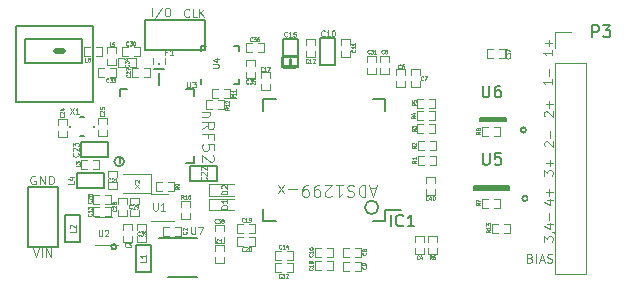
<source format=gto>
G04 #@! TF.FileFunction,Legend,Top*
%FSLAX46Y46*%
G04 Gerber Fmt 4.6, Leading zero omitted, Abs format (unit mm)*
G04 Created by KiCad (PCBNEW 4.0.6) date 12/13/17 15:16:08*
%MOMM*%
%LPD*%
G01*
G04 APERTURE LIST*
%ADD10C,0.150000*%
%ADD11C,0.200000*%
%ADD12C,0.100000*%
%ADD13C,0.125000*%
%ADD14C,0.500000*%
%ADD15C,0.071120*%
%ADD16C,0.120000*%
%ADD17C,0.127000*%
%ADD18C,0.250000*%
%ADD19C,0.152400*%
%ADD20C,0.114300*%
%ADD21C,0.090000*%
%ADD22C,0.060000*%
%ADD23C,0.092000*%
%ADD24C,0.095000*%
G04 APERTURE END LIST*
D10*
D11*
X307270000Y-133430000D02*
X307270000Y-133480000D01*
X305190000Y-133430000D02*
X307270000Y-133430000D01*
X307340000Y-133320000D02*
X305160000Y-133320000D01*
X307340000Y-133580000D02*
X307340000Y-133320000D01*
X305170000Y-133580000D02*
X307340000Y-133580000D01*
X305170000Y-133310000D02*
X305170000Y-133580000D01*
X304720000Y-139060000D02*
X304720000Y-139390000D01*
X304720000Y-139390000D02*
X307620000Y-139390000D01*
X307620000Y-139390000D02*
X307620000Y-139130000D01*
X304720000Y-139050000D02*
X307610000Y-139050000D01*
X307610000Y-139050000D02*
X307610000Y-139160000D01*
X307550000Y-139220000D02*
X304800000Y-139220000D01*
X304800000Y-139220000D02*
X304800000Y-139190000D01*
X304790000Y-139240000D02*
X304790000Y-139210000D01*
X307540000Y-139240000D02*
X304790000Y-139240000D01*
X307600000Y-139070000D02*
X307600000Y-139180000D01*
X304710000Y-139070000D02*
X307600000Y-139070000D01*
X307610000Y-139410000D02*
X307610000Y-139150000D01*
X304710000Y-139410000D02*
X307610000Y-139410000D01*
X304710000Y-139080000D02*
X304710000Y-139410000D01*
X309081107Y-134347500D02*
G75*
G03X309081107Y-134347500I-223607J0D01*
G01*
X309201107Y-140137500D02*
G75*
G03X309201107Y-140137500I-223607J0D01*
G01*
D12*
X309406428Y-145197143D02*
X309513571Y-145232381D01*
X309549286Y-145267619D01*
X309585000Y-145338095D01*
X309585000Y-145443810D01*
X309549286Y-145514286D01*
X309513571Y-145549524D01*
X309442143Y-145584762D01*
X309156428Y-145584762D01*
X309156428Y-144844762D01*
X309406428Y-144844762D01*
X309477857Y-144880000D01*
X309513571Y-144915238D01*
X309549286Y-144985714D01*
X309549286Y-145056190D01*
X309513571Y-145126667D01*
X309477857Y-145161905D01*
X309406428Y-145197143D01*
X309156428Y-145197143D01*
X309906428Y-145584762D02*
X309906428Y-144844762D01*
X310227857Y-145373333D02*
X310585000Y-145373333D01*
X310156429Y-145584762D02*
X310406429Y-144844762D01*
X310656429Y-145584762D01*
X310870714Y-145549524D02*
X310977857Y-145584762D01*
X311156428Y-145584762D01*
X311227857Y-145549524D01*
X311263571Y-145514286D01*
X311299286Y-145443810D01*
X311299286Y-145373333D01*
X311263571Y-145302857D01*
X311227857Y-145267619D01*
X311156428Y-145232381D01*
X311013571Y-145197143D01*
X310942143Y-145161905D01*
X310906428Y-145126667D01*
X310870714Y-145056190D01*
X310870714Y-144985714D01*
X310906428Y-144915238D01*
X310942143Y-144880000D01*
X311013571Y-144844762D01*
X311192143Y-144844762D01*
X311299286Y-144880000D01*
X310594762Y-143800000D02*
X310594762Y-143335714D01*
X310876667Y-143585714D01*
X310876667Y-143478572D01*
X310911905Y-143407143D01*
X310947143Y-143371429D01*
X311017619Y-143335714D01*
X311193810Y-143335714D01*
X311264286Y-143371429D01*
X311299524Y-143407143D01*
X311334762Y-143478572D01*
X311334762Y-143692857D01*
X311299524Y-143764286D01*
X311264286Y-143800000D01*
X311299524Y-142978571D02*
X311334762Y-142978571D01*
X311405238Y-143014286D01*
X311440476Y-143050000D01*
X310841429Y-142335714D02*
X311334762Y-142335714D01*
X310559524Y-142514285D02*
X311088095Y-142692857D01*
X311088095Y-142228571D01*
X311052857Y-141942857D02*
X311052857Y-141371428D01*
X310841429Y-140301428D02*
X311334762Y-140301428D01*
X310559524Y-140479999D02*
X311088095Y-140658571D01*
X311088095Y-140194285D01*
X311052857Y-139908571D02*
X311052857Y-139337142D01*
X311334762Y-139622856D02*
X310770952Y-139622856D01*
X310604762Y-138214285D02*
X310604762Y-137749999D01*
X310886667Y-137999999D01*
X310886667Y-137892857D01*
X310921905Y-137821428D01*
X310957143Y-137785714D01*
X311027619Y-137749999D01*
X311203810Y-137749999D01*
X311274286Y-137785714D01*
X311309524Y-137821428D01*
X311344762Y-137892857D01*
X311344762Y-138107142D01*
X311309524Y-138178571D01*
X311274286Y-138214285D01*
X311062857Y-137428571D02*
X311062857Y-136857142D01*
X311344762Y-137142856D02*
X310780952Y-137142856D01*
X310685238Y-135712857D02*
X310650000Y-135677143D01*
X310614762Y-135605714D01*
X310614762Y-135427143D01*
X310650000Y-135355714D01*
X310685238Y-135320000D01*
X310755714Y-135284285D01*
X310826190Y-135284285D01*
X310931905Y-135320000D01*
X311354762Y-135748571D01*
X311354762Y-135284285D01*
X311108095Y-135034285D02*
X311108095Y-134391428D01*
X310665238Y-133198571D02*
X310630000Y-133162857D01*
X310594762Y-133091428D01*
X310594762Y-132912857D01*
X310630000Y-132841428D01*
X310665238Y-132805714D01*
X310735714Y-132769999D01*
X310806190Y-132769999D01*
X310911905Y-132805714D01*
X311334762Y-133234285D01*
X311334762Y-132769999D01*
X311052857Y-132448571D02*
X311052857Y-131877142D01*
X311334762Y-132162856D02*
X310770952Y-132162856D01*
X311274762Y-127579999D02*
X311274762Y-128008571D01*
X311274762Y-127794285D02*
X310534762Y-127794285D01*
X310640476Y-127865714D01*
X310710952Y-127937142D01*
X310746190Y-128008571D01*
X310992857Y-127258571D02*
X310992857Y-126687142D01*
X311274762Y-126972856D02*
X310710952Y-126972856D01*
X267538572Y-138235000D02*
X267467143Y-138199286D01*
X267360000Y-138199286D01*
X267252857Y-138235000D01*
X267181429Y-138306429D01*
X267145714Y-138377857D01*
X267110000Y-138520714D01*
X267110000Y-138627857D01*
X267145714Y-138770714D01*
X267181429Y-138842143D01*
X267252857Y-138913571D01*
X267360000Y-138949286D01*
X267431429Y-138949286D01*
X267538572Y-138913571D01*
X267574286Y-138877857D01*
X267574286Y-138627857D01*
X267431429Y-138627857D01*
X267895714Y-138949286D02*
X267895714Y-138199286D01*
X268324286Y-138949286D01*
X268324286Y-138199286D01*
X268681428Y-138949286D02*
X268681428Y-138199286D01*
X268860000Y-138199286D01*
X268967143Y-138235000D01*
X269038571Y-138306429D01*
X269074286Y-138377857D01*
X269110000Y-138520714D01*
X269110000Y-138627857D01*
X269074286Y-138770714D01*
X269038571Y-138842143D01*
X268967143Y-138913571D01*
X268860000Y-138949286D01*
X268681428Y-138949286D01*
D11*
X277550000Y-129140000D02*
X278460000Y-129140000D01*
X277980000Y-128770000D02*
X277980000Y-128700000D01*
X278000000Y-130530000D02*
X278000000Y-129530000D01*
D12*
X311244762Y-130054285D02*
X311244762Y-130482857D01*
X311244762Y-130268571D02*
X310504762Y-130268571D01*
X310610476Y-130340000D01*
X310680952Y-130411428D01*
X310716190Y-130482857D01*
X310998095Y-129804285D02*
X310998095Y-129161428D01*
X277446668Y-124716667D02*
X277446668Y-124016667D01*
X278280001Y-123983333D02*
X277680001Y-124883333D01*
X278646667Y-124016667D02*
X278780000Y-124016667D01*
X278846667Y-124050000D01*
X278913334Y-124116667D01*
X278946667Y-124250000D01*
X278946667Y-124483333D01*
X278913334Y-124616667D01*
X278846667Y-124683333D01*
X278780000Y-124716667D01*
X278646667Y-124716667D01*
X278580000Y-124683333D01*
X278513334Y-124616667D01*
X278480000Y-124483333D01*
X278480000Y-124250000D01*
X278513334Y-124116667D01*
X278580000Y-124050000D01*
X278646667Y-124016667D01*
D11*
X265900000Y-132000000D02*
X265900000Y-125500000D01*
X272400000Y-132000000D02*
X265900000Y-132000000D01*
X272400000Y-125500000D02*
X272400000Y-132000000D01*
X265900000Y-125500000D02*
X272400000Y-125500000D01*
D13*
X296367857Y-139283333D02*
X295891666Y-139283333D01*
X296463095Y-138997619D02*
X296129762Y-139997619D01*
X295796428Y-138997619D01*
X295463095Y-138997619D02*
X295463095Y-139997619D01*
X295225000Y-139997619D01*
X295082142Y-139950000D01*
X294986904Y-139854762D01*
X294939285Y-139759524D01*
X294891666Y-139569048D01*
X294891666Y-139426190D01*
X294939285Y-139235714D01*
X294986904Y-139140476D01*
X295082142Y-139045238D01*
X295225000Y-138997619D01*
X295463095Y-138997619D01*
X294510714Y-139045238D02*
X294367857Y-138997619D01*
X294129761Y-138997619D01*
X294034523Y-139045238D01*
X293986904Y-139092857D01*
X293939285Y-139188095D01*
X293939285Y-139283333D01*
X293986904Y-139378571D01*
X294034523Y-139426190D01*
X294129761Y-139473810D01*
X294320238Y-139521429D01*
X294415476Y-139569048D01*
X294463095Y-139616667D01*
X294510714Y-139711905D01*
X294510714Y-139807143D01*
X294463095Y-139902381D01*
X294415476Y-139950000D01*
X294320238Y-139997619D01*
X294082142Y-139997619D01*
X293939285Y-139950000D01*
X292986904Y-138997619D02*
X293558333Y-138997619D01*
X293272619Y-138997619D02*
X293272619Y-139997619D01*
X293367857Y-139854762D01*
X293463095Y-139759524D01*
X293558333Y-139711905D01*
X292605952Y-139902381D02*
X292558333Y-139950000D01*
X292463095Y-139997619D01*
X292224999Y-139997619D01*
X292129761Y-139950000D01*
X292082142Y-139902381D01*
X292034523Y-139807143D01*
X292034523Y-139711905D01*
X292082142Y-139569048D01*
X292653571Y-138997619D01*
X292034523Y-138997619D01*
X291558333Y-138997619D02*
X291367857Y-138997619D01*
X291272618Y-139045238D01*
X291224999Y-139092857D01*
X291129761Y-139235714D01*
X291082142Y-139426190D01*
X291082142Y-139807143D01*
X291129761Y-139902381D01*
X291177380Y-139950000D01*
X291272618Y-139997619D01*
X291463095Y-139997619D01*
X291558333Y-139950000D01*
X291605952Y-139902381D01*
X291653571Y-139807143D01*
X291653571Y-139569048D01*
X291605952Y-139473810D01*
X291558333Y-139426190D01*
X291463095Y-139378571D01*
X291272618Y-139378571D01*
X291177380Y-139426190D01*
X291129761Y-139473810D01*
X291082142Y-139569048D01*
X290605952Y-138997619D02*
X290415476Y-138997619D01*
X290320237Y-139045238D01*
X290272618Y-139092857D01*
X290177380Y-139235714D01*
X290129761Y-139426190D01*
X290129761Y-139807143D01*
X290177380Y-139902381D01*
X290224999Y-139950000D01*
X290320237Y-139997619D01*
X290510714Y-139997619D01*
X290605952Y-139950000D01*
X290653571Y-139902381D01*
X290701190Y-139807143D01*
X290701190Y-139569048D01*
X290653571Y-139473810D01*
X290605952Y-139426190D01*
X290510714Y-139378571D01*
X290320237Y-139378571D01*
X290224999Y-139426190D01*
X290177380Y-139473810D01*
X290129761Y-139569048D01*
X289701190Y-139378571D02*
X288939285Y-139378571D01*
X288558333Y-138997619D02*
X288034523Y-139664286D01*
X288558333Y-139664286D02*
X288034523Y-138997619D01*
X282314286Y-132804762D02*
X281647619Y-132804762D01*
X282219048Y-132804762D02*
X282266667Y-132852381D01*
X282314286Y-132947619D01*
X282314286Y-133090477D01*
X282266667Y-133185715D01*
X282171429Y-133233334D01*
X281647619Y-133233334D01*
X281647619Y-134280953D02*
X282123810Y-133947619D01*
X281647619Y-133709524D02*
X282647619Y-133709524D01*
X282647619Y-134090477D01*
X282600000Y-134185715D01*
X282552381Y-134233334D01*
X282457143Y-134280953D01*
X282314286Y-134280953D01*
X282219048Y-134233334D01*
X282171429Y-134185715D01*
X282123810Y-134090477D01*
X282123810Y-133709524D01*
X282171429Y-135042858D02*
X282171429Y-134709524D01*
X281647619Y-134709524D02*
X282647619Y-134709524D01*
X282647619Y-135185715D01*
X282647619Y-136042858D02*
X282647619Y-135566667D01*
X282171429Y-135519048D01*
X282219048Y-135566667D01*
X282266667Y-135661905D01*
X282266667Y-135900001D01*
X282219048Y-135995239D01*
X282171429Y-136042858D01*
X282076190Y-136090477D01*
X281838095Y-136090477D01*
X281742857Y-136042858D01*
X281695238Y-135995239D01*
X281647619Y-135900001D01*
X281647619Y-135661905D01*
X281695238Y-135566667D01*
X281742857Y-135519048D01*
X282552381Y-136471429D02*
X282600000Y-136519048D01*
X282647619Y-136614286D01*
X282647619Y-136852382D01*
X282600000Y-136947620D01*
X282552381Y-136995239D01*
X282457143Y-137042858D01*
X282361905Y-137042858D01*
X282219048Y-136995239D01*
X281647619Y-136423810D01*
X281647619Y-137042858D01*
D11*
X274411107Y-144237500D02*
G75*
G03X274411107Y-144237500I-223607J0D01*
G01*
X296570088Y-140900000D02*
G75*
G03X296570088Y-140900000I-570088J0D01*
G01*
X275033113Y-137010000D02*
G75*
G03X275033113Y-137010000I-403113J0D01*
G01*
D12*
X280543334Y-124720000D02*
X280510000Y-124753333D01*
X280410000Y-124786667D01*
X280343334Y-124786667D01*
X280243334Y-124753333D01*
X280176667Y-124686667D01*
X280143334Y-124620000D01*
X280110000Y-124486667D01*
X280110000Y-124386667D01*
X280143334Y-124253333D01*
X280176667Y-124186667D01*
X280243334Y-124120000D01*
X280343334Y-124086667D01*
X280410000Y-124086667D01*
X280510000Y-124120000D01*
X280543334Y-124153333D01*
X281176667Y-124786667D02*
X280843334Y-124786667D01*
X280843334Y-124086667D01*
X281410001Y-124786667D02*
X281410001Y-124086667D01*
X281810001Y-124786667D02*
X281510001Y-124386667D01*
X281810001Y-124086667D02*
X281410001Y-124486667D01*
X267348572Y-144349286D02*
X267598572Y-145099286D01*
X267848572Y-144349286D01*
X268098571Y-145099286D02*
X268098571Y-144349286D01*
X268455714Y-145099286D02*
X268455714Y-144349286D01*
X268884286Y-145099286D01*
X268884286Y-144349286D01*
D14*
X269900000Y-127673000D02*
X269320000Y-127673000D01*
D15*
X306696000Y-142279000D02*
X306188000Y-142279000D01*
X306188000Y-142279000D02*
X306188000Y-143041000D01*
X306188000Y-143041000D02*
X306696000Y-143041000D01*
X307204000Y-142279000D02*
X307712000Y-142279000D01*
X307712000Y-142279000D02*
X307712000Y-143041000D01*
X307712000Y-143041000D02*
X307204000Y-143041000D01*
X301361000Y-138796000D02*
X301361000Y-138288000D01*
X301361000Y-138288000D02*
X300599000Y-138288000D01*
X300599000Y-138288000D02*
X300599000Y-138796000D01*
X301361000Y-139304000D02*
X301361000Y-139812000D01*
X301361000Y-139812000D02*
X300599000Y-139812000D01*
X300599000Y-139812000D02*
X300599000Y-139304000D01*
D16*
X274950000Y-139650000D02*
X277350000Y-139650000D01*
X277350000Y-139650000D02*
X277350000Y-138050000D01*
X277350000Y-138050000D02*
X274950000Y-138050000D01*
D15*
X280621000Y-140846000D02*
X280621000Y-140338000D01*
X280621000Y-140338000D02*
X279859000Y-140338000D01*
X279859000Y-140338000D02*
X279859000Y-140846000D01*
X280621000Y-141354000D02*
X280621000Y-141862000D01*
X280621000Y-141862000D02*
X279859000Y-141862000D01*
X279859000Y-141862000D02*
X279859000Y-141354000D01*
X278764000Y-139481000D02*
X279272000Y-139481000D01*
X279272000Y-139481000D02*
X279272000Y-138719000D01*
X279272000Y-138719000D02*
X278764000Y-138719000D01*
X278256000Y-139481000D02*
X277748000Y-139481000D01*
X277748000Y-139481000D02*
X277748000Y-138719000D01*
X277748000Y-138719000D02*
X278256000Y-138719000D01*
X276149000Y-143344000D02*
X276149000Y-143852000D01*
X276149000Y-143852000D02*
X276911000Y-143852000D01*
X276911000Y-143852000D02*
X276911000Y-143344000D01*
X276149000Y-142836000D02*
X276149000Y-142328000D01*
X276149000Y-142328000D02*
X276911000Y-142328000D01*
X276911000Y-142328000D02*
X276911000Y-142836000D01*
X283501000Y-142856000D02*
X283501000Y-142348000D01*
X283501000Y-142348000D02*
X282739000Y-142348000D01*
X282739000Y-142348000D02*
X282739000Y-142856000D01*
X283501000Y-143364000D02*
X283501000Y-143872000D01*
X283501000Y-143872000D02*
X282739000Y-143872000D01*
X282739000Y-143872000D02*
X282739000Y-143364000D01*
X306236000Y-127509000D02*
X305728000Y-127509000D01*
X305728000Y-127509000D02*
X305728000Y-128271000D01*
X305728000Y-128271000D02*
X306236000Y-128271000D01*
X306744000Y-127509000D02*
X307252000Y-127509000D01*
X307252000Y-127509000D02*
X307252000Y-128271000D01*
X307252000Y-128271000D02*
X306744000Y-128271000D01*
X305846000Y-134089000D02*
X305338000Y-134089000D01*
X305338000Y-134089000D02*
X305338000Y-134851000D01*
X305338000Y-134851000D02*
X305846000Y-134851000D01*
X306354000Y-134089000D02*
X306862000Y-134089000D01*
X306862000Y-134089000D02*
X306862000Y-134851000D01*
X306862000Y-134851000D02*
X306354000Y-134851000D01*
X305826000Y-140149000D02*
X305318000Y-140149000D01*
X305318000Y-140149000D02*
X305318000Y-140911000D01*
X305318000Y-140911000D02*
X305826000Y-140911000D01*
X306334000Y-140149000D02*
X306842000Y-140149000D01*
X306842000Y-140149000D02*
X306842000Y-140911000D01*
X306842000Y-140911000D02*
X306334000Y-140911000D01*
D10*
X297175000Y-142075000D02*
X297175000Y-141125000D01*
X286825000Y-142075000D02*
X286825000Y-141025000D01*
X286825000Y-131725000D02*
X286825000Y-132775000D01*
X297175000Y-131725000D02*
X297175000Y-132775000D01*
X297175000Y-142075000D02*
X296125000Y-142075000D01*
X297175000Y-131725000D02*
X296125000Y-131725000D01*
X286825000Y-131725000D02*
X287875000Y-131725000D01*
X286825000Y-142075000D02*
X287875000Y-142075000D01*
X297175000Y-141125000D02*
X298450000Y-141125000D01*
D17*
X276055000Y-146373000D02*
X276055000Y-144087000D01*
X276055000Y-144087000D02*
X277325000Y-144087000D01*
X277325000Y-144087000D02*
X277325000Y-146373000D01*
X277325000Y-146373000D02*
X276055000Y-146373000D01*
D15*
X283521000Y-144576000D02*
X283521000Y-144068000D01*
X283521000Y-144068000D02*
X282759000Y-144068000D01*
X282759000Y-144068000D02*
X282759000Y-144576000D01*
X283521000Y-145084000D02*
X283521000Y-145592000D01*
X283521000Y-145592000D02*
X282759000Y-145592000D01*
X282759000Y-145592000D02*
X282759000Y-145084000D01*
X273689000Y-138854000D02*
X273689000Y-139362000D01*
X273689000Y-139362000D02*
X274451000Y-139362000D01*
X274451000Y-139362000D02*
X274451000Y-138854000D01*
X273689000Y-138346000D02*
X273689000Y-137838000D01*
X273689000Y-137838000D02*
X274451000Y-137838000D01*
X274451000Y-137838000D02*
X274451000Y-138346000D01*
D10*
X284740000Y-130450000D02*
X284340000Y-130450000D01*
X284740000Y-130450000D02*
X284740000Y-130050000D01*
X284740000Y-127250000D02*
X284340000Y-127250000D01*
X284740000Y-127250000D02*
X284740000Y-127650000D01*
X281540000Y-127250000D02*
X281940000Y-127250000D01*
X281540000Y-127250000D02*
X281540000Y-127650000D01*
X281540000Y-130450000D02*
X281540000Y-130050000D01*
D15*
X283004000Y-132591000D02*
X283512000Y-132591000D01*
X283512000Y-132591000D02*
X283512000Y-131829000D01*
X283512000Y-131829000D02*
X283004000Y-131829000D01*
X282496000Y-132591000D02*
X281988000Y-132591000D01*
X281988000Y-132591000D02*
X281988000Y-131829000D01*
X281988000Y-131829000D02*
X282496000Y-131829000D01*
X283524000Y-131651000D02*
X284032000Y-131651000D01*
X284032000Y-131651000D02*
X284032000Y-130889000D01*
X284032000Y-130889000D02*
X283524000Y-130889000D01*
X283016000Y-131651000D02*
X282508000Y-131651000D01*
X282508000Y-131651000D02*
X282508000Y-130889000D01*
X282508000Y-130889000D02*
X283016000Y-130889000D01*
X285846000Y-126979000D02*
X285338000Y-126979000D01*
X285338000Y-126979000D02*
X285338000Y-127741000D01*
X285338000Y-127741000D02*
X285846000Y-127741000D01*
X286354000Y-126979000D02*
X286862000Y-126979000D01*
X286862000Y-126979000D02*
X286862000Y-127741000D01*
X286862000Y-127741000D02*
X286354000Y-127741000D01*
X286161000Y-128926000D02*
X286161000Y-128418000D01*
X286161000Y-128418000D02*
X285399000Y-128418000D01*
X285399000Y-128418000D02*
X285399000Y-128926000D01*
X286161000Y-129434000D02*
X286161000Y-129942000D01*
X286161000Y-129942000D02*
X285399000Y-129942000D01*
X285399000Y-129942000D02*
X285399000Y-129434000D01*
D16*
X277470000Y-128250000D02*
X277470000Y-128750000D01*
X278530000Y-128750000D02*
X278530000Y-128250000D01*
D15*
X275534000Y-129001000D02*
X276042000Y-129001000D01*
X276042000Y-129001000D02*
X276042000Y-128239000D01*
X276042000Y-128239000D02*
X275534000Y-128239000D01*
X275026000Y-129001000D02*
X274518000Y-129001000D01*
X274518000Y-129001000D02*
X274518000Y-128239000D01*
X274518000Y-128239000D02*
X275026000Y-128239000D01*
X273346000Y-129069000D02*
X272838000Y-129069000D01*
X272838000Y-129069000D02*
X272838000Y-129831000D01*
X272838000Y-129831000D02*
X273346000Y-129831000D01*
X273854000Y-129069000D02*
X274362000Y-129069000D01*
X274362000Y-129069000D02*
X274362000Y-129831000D01*
X274362000Y-129831000D02*
X273854000Y-129831000D01*
D10*
X289800000Y-129000000D02*
X288450000Y-129000000D01*
X289800000Y-128100000D02*
X289800000Y-128950000D01*
X288400000Y-128150000D02*
X288400000Y-129000000D01*
X288500000Y-128100000D02*
X289650000Y-128100000D01*
X288600000Y-129100000D02*
X289550000Y-129100000D01*
X288550000Y-129000000D02*
X289650000Y-129000000D01*
X288500000Y-128150000D02*
X289700000Y-128150000D01*
D18*
X289100000Y-128800000D02*
X289100000Y-128300000D01*
D17*
X288465000Y-128893000D02*
X288465000Y-126607000D01*
X288465000Y-126607000D02*
X289735000Y-126607000D01*
X289735000Y-126607000D02*
X289735000Y-128893000D01*
X289735000Y-128893000D02*
X288465000Y-128893000D01*
D19*
X281900000Y-125070000D02*
X281900000Y-127610000D01*
X281900000Y-127610000D02*
X276820000Y-127610000D01*
X276820000Y-127610000D02*
X276820000Y-125070000D01*
X276820000Y-125070000D02*
X281900000Y-125070000D01*
D15*
X297456000Y-128571000D02*
X297456000Y-128063000D01*
X297456000Y-128063000D02*
X296694000Y-128063000D01*
X296694000Y-128063000D02*
X296694000Y-128571000D01*
X297456000Y-129079000D02*
X297456000Y-129587000D01*
X297456000Y-129587000D02*
X296694000Y-129587000D01*
X296694000Y-129587000D02*
X296694000Y-129079000D01*
X288296000Y-144569000D02*
X287788000Y-144569000D01*
X287788000Y-144569000D02*
X287788000Y-145331000D01*
X287788000Y-145331000D02*
X288296000Y-145331000D01*
X288804000Y-144569000D02*
X289312000Y-144569000D01*
X289312000Y-144569000D02*
X289312000Y-145331000D01*
X289312000Y-145331000D02*
X288804000Y-145331000D01*
D16*
X282210000Y-138900000D02*
X282210000Y-139900000D01*
X282210000Y-139900000D02*
X284310000Y-139900000D01*
X282210000Y-138900000D02*
X284310000Y-138900000D01*
D15*
X288296000Y-145619000D02*
X287788000Y-145619000D01*
X287788000Y-145619000D02*
X287788000Y-146381000D01*
X287788000Y-146381000D02*
X288296000Y-146381000D01*
X288804000Y-145619000D02*
X289312000Y-145619000D01*
X289312000Y-145619000D02*
X289312000Y-146381000D01*
X289312000Y-146381000D02*
X288804000Y-146381000D01*
D16*
X272612500Y-144047500D02*
X274512500Y-144047500D01*
X274012500Y-141727500D02*
X272612500Y-141727500D01*
D15*
X290419000Y-127654000D02*
X290419000Y-128162000D01*
X290419000Y-128162000D02*
X291181000Y-128162000D01*
X291181000Y-128162000D02*
X291181000Y-127654000D01*
X290419000Y-127146000D02*
X290419000Y-126638000D01*
X290419000Y-126638000D02*
X291181000Y-126638000D01*
X291181000Y-126638000D02*
X291181000Y-127146000D01*
X296406000Y-128571000D02*
X296406000Y-128063000D01*
X296406000Y-128063000D02*
X295644000Y-128063000D01*
X295644000Y-128063000D02*
X295644000Y-128571000D01*
X296406000Y-129079000D02*
X296406000Y-129587000D01*
X296406000Y-129587000D02*
X295644000Y-129587000D01*
X295644000Y-129587000D02*
X295644000Y-129079000D01*
X285146000Y-142294000D02*
X284638000Y-142294000D01*
X284638000Y-142294000D02*
X284638000Y-143056000D01*
X284638000Y-143056000D02*
X285146000Y-143056000D01*
X285654000Y-142294000D02*
X286162000Y-142294000D01*
X286162000Y-142294000D02*
X286162000Y-143056000D01*
X286162000Y-143056000D02*
X285654000Y-143056000D01*
X300386000Y-131679000D02*
X299878000Y-131679000D01*
X299878000Y-131679000D02*
X299878000Y-132441000D01*
X299878000Y-132441000D02*
X300386000Y-132441000D01*
X300894000Y-131679000D02*
X301402000Y-131679000D01*
X301402000Y-131679000D02*
X301402000Y-132441000D01*
X301402000Y-132441000D02*
X300894000Y-132441000D01*
X285654000Y-144131000D02*
X286162000Y-144131000D01*
X286162000Y-144131000D02*
X286162000Y-143369000D01*
X286162000Y-143369000D02*
X285654000Y-143369000D01*
X285146000Y-144131000D02*
X284638000Y-144131000D01*
X284638000Y-144131000D02*
X284638000Y-143369000D01*
X284638000Y-143369000D02*
X285146000Y-143369000D01*
X291696000Y-145469000D02*
X291188000Y-145469000D01*
X291188000Y-145469000D02*
X291188000Y-146231000D01*
X291188000Y-146231000D02*
X291696000Y-146231000D01*
X292204000Y-145469000D02*
X292712000Y-145469000D01*
X292712000Y-145469000D02*
X292712000Y-146231000D01*
X292712000Y-146231000D02*
X292204000Y-146231000D01*
X291696000Y-144344000D02*
X291188000Y-144344000D01*
X291188000Y-144344000D02*
X291188000Y-145106000D01*
X291188000Y-145106000D02*
X291696000Y-145106000D01*
X292204000Y-144344000D02*
X292712000Y-144344000D01*
X292712000Y-144344000D02*
X292712000Y-145106000D01*
X292712000Y-145106000D02*
X292204000Y-145106000D01*
X294554000Y-146281000D02*
X295062000Y-146281000D01*
X295062000Y-146281000D02*
X295062000Y-145519000D01*
X295062000Y-145519000D02*
X294554000Y-145519000D01*
X294046000Y-146281000D02*
X293538000Y-146281000D01*
X293538000Y-146281000D02*
X293538000Y-145519000D01*
X293538000Y-145519000D02*
X294046000Y-145519000D01*
X287356000Y-129971000D02*
X287356000Y-129463000D01*
X287356000Y-129463000D02*
X286594000Y-129463000D01*
X286594000Y-129463000D02*
X286594000Y-129971000D01*
X287356000Y-130479000D02*
X287356000Y-130987000D01*
X287356000Y-130987000D02*
X286594000Y-130987000D01*
X286594000Y-130987000D02*
X286594000Y-130479000D01*
X294554000Y-145106000D02*
X295062000Y-145106000D01*
X295062000Y-145106000D02*
X295062000Y-144344000D01*
X295062000Y-144344000D02*
X294554000Y-144344000D01*
X294046000Y-145106000D02*
X293538000Y-145106000D01*
X293538000Y-145106000D02*
X293538000Y-144344000D01*
X293538000Y-144344000D02*
X294046000Y-144344000D01*
X294156000Y-127146000D02*
X294156000Y-126638000D01*
X294156000Y-126638000D02*
X293394000Y-126638000D01*
X293394000Y-126638000D02*
X293394000Y-127146000D01*
X294156000Y-127654000D02*
X294156000Y-128162000D01*
X294156000Y-128162000D02*
X293394000Y-128162000D01*
X293394000Y-128162000D02*
X293394000Y-127654000D01*
X300081000Y-129726000D02*
X300081000Y-129218000D01*
X300081000Y-129218000D02*
X299319000Y-129218000D01*
X299319000Y-129218000D02*
X299319000Y-129726000D01*
X300081000Y-130234000D02*
X300081000Y-130742000D01*
X300081000Y-130742000D02*
X299319000Y-130742000D01*
X299319000Y-130742000D02*
X299319000Y-130234000D01*
X298856000Y-129726000D02*
X298856000Y-129218000D01*
X298856000Y-129218000D02*
X298094000Y-129218000D01*
X298094000Y-129218000D02*
X298094000Y-129726000D01*
X298856000Y-130234000D02*
X298856000Y-130742000D01*
X298856000Y-130742000D02*
X298094000Y-130742000D01*
X298094000Y-130742000D02*
X298094000Y-130234000D01*
D17*
X292910000Y-126582000D02*
X292910000Y-128868000D01*
X292910000Y-128868000D02*
X291640000Y-128868000D01*
X291640000Y-128868000D02*
X291640000Y-126582000D01*
X291640000Y-126582000D02*
X292910000Y-126582000D01*
X271347500Y-141544500D02*
X271347500Y-143830500D01*
X271347500Y-143830500D02*
X270077500Y-143830500D01*
X270077500Y-143830500D02*
X270077500Y-141544500D01*
X270077500Y-141544500D02*
X271347500Y-141544500D01*
D15*
X272958500Y-140906500D02*
X272450500Y-140906500D01*
X272450500Y-140906500D02*
X272450500Y-141668500D01*
X272450500Y-141668500D02*
X272958500Y-141668500D01*
X273466500Y-140906500D02*
X273974500Y-140906500D01*
X273974500Y-140906500D02*
X273974500Y-141668500D01*
X273974500Y-141668500D02*
X273466500Y-141668500D01*
X274981500Y-143341500D02*
X274981500Y-143849500D01*
X274981500Y-143849500D02*
X275743500Y-143849500D01*
X275743500Y-143849500D02*
X275743500Y-143341500D01*
X274981500Y-142833500D02*
X274981500Y-142325500D01*
X274981500Y-142325500D02*
X275743500Y-142325500D01*
X275743500Y-142325500D02*
X275743500Y-142833500D01*
X278806000Y-142549000D02*
X278298000Y-142549000D01*
X278298000Y-142549000D02*
X278298000Y-143311000D01*
X278298000Y-143311000D02*
X278806000Y-143311000D01*
X279314000Y-142549000D02*
X279822000Y-142549000D01*
X279822000Y-142549000D02*
X279822000Y-143311000D01*
X279822000Y-143311000D02*
X279314000Y-143311000D01*
X299694000Y-144354000D02*
X299694000Y-144862000D01*
X299694000Y-144862000D02*
X300456000Y-144862000D01*
X300456000Y-144862000D02*
X300456000Y-144354000D01*
X299694000Y-143846000D02*
X299694000Y-143338000D01*
X299694000Y-143338000D02*
X300456000Y-143338000D01*
X300456000Y-143338000D02*
X300456000Y-143846000D01*
X300794000Y-144354000D02*
X300794000Y-144862000D01*
X300794000Y-144862000D02*
X301556000Y-144862000D01*
X301556000Y-144862000D02*
X301556000Y-144354000D01*
X300794000Y-143846000D02*
X300794000Y-143338000D01*
X300794000Y-143338000D02*
X301556000Y-143338000D01*
X301556000Y-143338000D02*
X301556000Y-143846000D01*
X300346000Y-132779000D02*
X299838000Y-132779000D01*
X299838000Y-132779000D02*
X299838000Y-133541000D01*
X299838000Y-133541000D02*
X300346000Y-133541000D01*
X300854000Y-132779000D02*
X301362000Y-132779000D01*
X301362000Y-132779000D02*
X301362000Y-133541000D01*
X301362000Y-133541000D02*
X300854000Y-133541000D01*
X300371000Y-133869000D02*
X299863000Y-133869000D01*
X299863000Y-133869000D02*
X299863000Y-134631000D01*
X299863000Y-134631000D02*
X300371000Y-134631000D01*
X300879000Y-133869000D02*
X301387000Y-133869000D01*
X301387000Y-133869000D02*
X301387000Y-134631000D01*
X301387000Y-134631000D02*
X300879000Y-134631000D01*
X300396000Y-135309000D02*
X299888000Y-135309000D01*
X299888000Y-135309000D02*
X299888000Y-136071000D01*
X299888000Y-136071000D02*
X300396000Y-136071000D01*
X300904000Y-135309000D02*
X301412000Y-135309000D01*
X301412000Y-135309000D02*
X301412000Y-136071000D01*
X301412000Y-136071000D02*
X300904000Y-136071000D01*
X300396000Y-136529000D02*
X299888000Y-136529000D01*
X299888000Y-136529000D02*
X299888000Y-137291000D01*
X299888000Y-137291000D02*
X300396000Y-137291000D01*
X300904000Y-136529000D02*
X301412000Y-136529000D01*
X301412000Y-136529000D02*
X301412000Y-137291000D01*
X301412000Y-137291000D02*
X300904000Y-137291000D01*
D16*
X282210000Y-140150000D02*
X282210000Y-141150000D01*
X282210000Y-141150000D02*
X284310000Y-141150000D01*
X282210000Y-140150000D02*
X284310000Y-140150000D01*
D19*
X269430000Y-144210000D02*
X266890000Y-144210000D01*
X266890000Y-144210000D02*
X266890000Y-139130000D01*
X266890000Y-139130000D02*
X269430000Y-139130000D01*
X269430000Y-139130000D02*
X269430000Y-144210000D01*
D17*
X273313000Y-139255000D02*
X271027000Y-139255000D01*
X271027000Y-139255000D02*
X271027000Y-137985000D01*
X271027000Y-137985000D02*
X273313000Y-137985000D01*
X273313000Y-137985000D02*
X273313000Y-139255000D01*
D10*
X272500000Y-134050000D02*
X272500000Y-134100000D01*
X272500000Y-134050000D02*
X272500000Y-134000000D01*
X270500000Y-134050000D02*
X270500000Y-134100000D01*
X270500000Y-134050000D02*
X270500000Y-134000000D01*
X271500000Y-134850000D02*
X271650000Y-134850000D01*
X271500000Y-134850000D02*
X271350000Y-134850000D01*
X271500000Y-133250000D02*
X271650000Y-133250000D01*
X271500000Y-133250000D02*
X271350000Y-133250000D01*
D15*
X275271000Y-140586000D02*
X275271000Y-140078000D01*
X275271000Y-140078000D02*
X274509000Y-140078000D01*
X274509000Y-140078000D02*
X274509000Y-140586000D01*
X275271000Y-141094000D02*
X275271000Y-141602000D01*
X275271000Y-141602000D02*
X274509000Y-141602000D01*
X274509000Y-141602000D02*
X274509000Y-141094000D01*
X273454000Y-140581000D02*
X273962000Y-140581000D01*
X273962000Y-140581000D02*
X273962000Y-139819000D01*
X273962000Y-139819000D02*
X273454000Y-139819000D01*
X272946000Y-140581000D02*
X272438000Y-140581000D01*
X272438000Y-140581000D02*
X272438000Y-139819000D01*
X272438000Y-139819000D02*
X272946000Y-139819000D01*
X270181000Y-133946000D02*
X270181000Y-133438000D01*
X270181000Y-133438000D02*
X269419000Y-133438000D01*
X269419000Y-133438000D02*
X269419000Y-133946000D01*
X270181000Y-134454000D02*
X270181000Y-134962000D01*
X270181000Y-134962000D02*
X269419000Y-134962000D01*
X269419000Y-134962000D02*
X269419000Y-134454000D01*
X272819000Y-134354000D02*
X272819000Y-134862000D01*
X272819000Y-134862000D02*
X273581000Y-134862000D01*
X273581000Y-134862000D02*
X273581000Y-134354000D01*
X272819000Y-133846000D02*
X272819000Y-133338000D01*
X272819000Y-133338000D02*
X273581000Y-133338000D01*
X273581000Y-133338000D02*
X273581000Y-133846000D01*
X276704000Y-129831000D02*
X277212000Y-129831000D01*
X277212000Y-129831000D02*
X277212000Y-129069000D01*
X277212000Y-129069000D02*
X276704000Y-129069000D01*
X276196000Y-129831000D02*
X275688000Y-129831000D01*
X275688000Y-129831000D02*
X275688000Y-129069000D01*
X275688000Y-129069000D02*
X276196000Y-129069000D01*
X276291000Y-140586000D02*
X276291000Y-140078000D01*
X276291000Y-140078000D02*
X275529000Y-140078000D01*
X275529000Y-140078000D02*
X275529000Y-140586000D01*
X276291000Y-141094000D02*
X276291000Y-141602000D01*
X276291000Y-141602000D02*
X275529000Y-141602000D01*
X275529000Y-141602000D02*
X275529000Y-141094000D01*
D10*
X266645000Y-126673000D02*
X271445000Y-126673000D01*
X271445000Y-126673000D02*
X271445000Y-128673000D01*
X271345000Y-128673000D02*
X266645000Y-128673000D01*
X266645000Y-128673000D02*
X266645000Y-126673000D01*
X271445000Y-128673000D02*
X271345000Y-128673000D01*
D15*
X272654000Y-128081000D02*
X273162000Y-128081000D01*
X273162000Y-128081000D02*
X273162000Y-127319000D01*
X273162000Y-127319000D02*
X272654000Y-127319000D01*
X272146000Y-128081000D02*
X271638000Y-128081000D01*
X271638000Y-128081000D02*
X271638000Y-127319000D01*
X271638000Y-127319000D02*
X272146000Y-127319000D01*
X274381000Y-127846000D02*
X274381000Y-127338000D01*
X274381000Y-127338000D02*
X273619000Y-127338000D01*
X273619000Y-127338000D02*
X273619000Y-127846000D01*
X274381000Y-128354000D02*
X274381000Y-128862000D01*
X274381000Y-128862000D02*
X273619000Y-128862000D01*
X273619000Y-128862000D02*
X273619000Y-128354000D01*
X275854000Y-128081000D02*
X276362000Y-128081000D01*
X276362000Y-128081000D02*
X276362000Y-127319000D01*
X276362000Y-127319000D02*
X275854000Y-127319000D01*
X275346000Y-128081000D02*
X274838000Y-128081000D01*
X274838000Y-128081000D02*
X274838000Y-127319000D01*
X274838000Y-127319000D02*
X275346000Y-127319000D01*
X271926000Y-136889000D02*
X271418000Y-136889000D01*
X271418000Y-136889000D02*
X271418000Y-137651000D01*
X271418000Y-137651000D02*
X271926000Y-137651000D01*
X272434000Y-136889000D02*
X272942000Y-136889000D01*
X272942000Y-136889000D02*
X272942000Y-137651000D01*
X272942000Y-137651000D02*
X272434000Y-137651000D01*
D17*
X273643000Y-136635000D02*
X271357000Y-136635000D01*
X271357000Y-136635000D02*
X271357000Y-135365000D01*
X271357000Y-135365000D02*
X273643000Y-135365000D01*
X273643000Y-135365000D02*
X273643000Y-136635000D01*
X280647000Y-137395000D02*
X282933000Y-137395000D01*
X282933000Y-137395000D02*
X282933000Y-138665000D01*
X282933000Y-138665000D02*
X280647000Y-138665000D01*
X280647000Y-138665000D02*
X280647000Y-137395000D01*
D10*
X274675000Y-130875000D02*
X275275000Y-130875000D01*
X280925000Y-137125000D02*
X280325000Y-137125000D01*
X280925000Y-130875000D02*
X280325000Y-130875000D01*
X274675000Y-137125000D02*
X274675000Y-136525000D01*
X280925000Y-137125000D02*
X280925000Y-136525000D01*
X280925000Y-130875000D02*
X280925000Y-131475000D01*
X274675000Y-130875000D02*
X274675000Y-131475000D01*
X278735000Y-146770000D02*
X281185000Y-146770000D01*
X278010000Y-143470000D02*
X281185000Y-143470000D01*
D16*
X277360000Y-142060000D02*
X279260000Y-142060000D01*
X278760000Y-139740000D02*
X277360000Y-139740000D01*
X311510000Y-146520000D02*
X314170000Y-146520000D01*
X311510000Y-128680000D02*
X311510000Y-146520000D01*
X314170000Y-128680000D02*
X314170000Y-146520000D01*
X311510000Y-128680000D02*
X314170000Y-128680000D01*
X311510000Y-127410000D02*
X311510000Y-126080000D01*
X311510000Y-126080000D02*
X312840000Y-126080000D01*
D10*
X305418095Y-136292381D02*
X305418095Y-137101905D01*
X305465714Y-137197143D01*
X305513333Y-137244762D01*
X305608571Y-137292381D01*
X305799048Y-137292381D01*
X305894286Y-137244762D01*
X305941905Y-137197143D01*
X305989524Y-137101905D01*
X305989524Y-136292381D01*
X306941905Y-136292381D02*
X306465714Y-136292381D01*
X306418095Y-136768571D01*
X306465714Y-136720952D01*
X306560952Y-136673333D01*
X306799048Y-136673333D01*
X306894286Y-136720952D01*
X306941905Y-136768571D01*
X306989524Y-136863810D01*
X306989524Y-137101905D01*
X306941905Y-137197143D01*
X306894286Y-137244762D01*
X306799048Y-137292381D01*
X306560952Y-137292381D01*
X306465714Y-137244762D01*
X306418095Y-137197143D01*
D15*
X306058569Y-142825943D02*
X305891654Y-142927543D01*
X306058569Y-143000115D02*
X305708049Y-143000115D01*
X305708049Y-142884000D01*
X305724740Y-142854972D01*
X305741431Y-142840457D01*
X305774814Y-142825943D01*
X305824889Y-142825943D01*
X305858271Y-142840457D01*
X305874963Y-142854972D01*
X305891654Y-142884000D01*
X305891654Y-143000115D01*
X306058569Y-142535657D02*
X306058569Y-142709829D01*
X306058569Y-142622743D02*
X305708049Y-142622743D01*
X305758123Y-142651772D01*
X305791506Y-142680800D01*
X305808197Y-142709829D01*
X305708049Y-142434057D02*
X305708049Y-142245371D01*
X305841580Y-142346971D01*
X305841580Y-142303429D01*
X305858271Y-142274400D01*
X305874963Y-142259886D01*
X305908346Y-142245371D01*
X305991803Y-142245371D01*
X306025186Y-142259886D01*
X306041877Y-142274400D01*
X306058569Y-142303429D01*
X306058569Y-142390514D01*
X306041877Y-142419543D01*
X306025186Y-142434057D01*
X300764057Y-140235186D02*
X300749543Y-140251877D01*
X300706000Y-140268569D01*
X300676971Y-140268569D01*
X300633428Y-140251877D01*
X300604400Y-140218494D01*
X300589885Y-140185111D01*
X300575371Y-140118346D01*
X300575371Y-140068271D01*
X300589885Y-140001506D01*
X300604400Y-139968123D01*
X300633428Y-139934740D01*
X300676971Y-139918049D01*
X300706000Y-139918049D01*
X300749543Y-139934740D01*
X300764057Y-139951431D01*
X301025314Y-140034889D02*
X301025314Y-140268569D01*
X300952743Y-139901357D02*
X300880171Y-140151729D01*
X301068857Y-140151729D01*
X301243029Y-139918049D02*
X301272057Y-139918049D01*
X301301086Y-139934740D01*
X301315600Y-139951431D01*
X301330114Y-139984814D01*
X301344629Y-140051580D01*
X301344629Y-140135037D01*
X301330114Y-140201803D01*
X301315600Y-140235186D01*
X301301086Y-140251877D01*
X301272057Y-140268569D01*
X301243029Y-140268569D01*
X301214000Y-140251877D01*
X301199486Y-140235186D01*
X301184971Y-140201803D01*
X301170457Y-140135037D01*
X301170457Y-140051580D01*
X301184971Y-139984814D01*
X301199486Y-139951431D01*
X301214000Y-139934740D01*
X301243029Y-139918049D01*
D12*
X275930952Y-139223809D02*
X276330952Y-138957142D01*
X275930952Y-138957142D02*
X276330952Y-139223809D01*
X275969048Y-138823810D02*
X275950000Y-138804762D01*
X275930952Y-138766667D01*
X275930952Y-138671429D01*
X275950000Y-138633333D01*
X275969048Y-138614286D01*
X276007143Y-138595238D01*
X276045238Y-138595238D01*
X276102381Y-138614286D01*
X276330952Y-138842857D01*
X276330952Y-138595238D01*
D15*
X280074057Y-140208569D02*
X279972457Y-140041654D01*
X279899885Y-140208569D02*
X279899885Y-139858049D01*
X280016000Y-139858049D01*
X280045028Y-139874740D01*
X280059543Y-139891431D01*
X280074057Y-139924814D01*
X280074057Y-139974889D01*
X280059543Y-140008271D01*
X280045028Y-140024963D01*
X280016000Y-140041654D01*
X279899885Y-140041654D01*
X280364343Y-140208569D02*
X280190171Y-140208569D01*
X280277257Y-140208569D02*
X280277257Y-139858049D01*
X280248228Y-139908123D01*
X280219200Y-139941506D01*
X280190171Y-139958197D01*
X280553029Y-139858049D02*
X280582057Y-139858049D01*
X280611086Y-139874740D01*
X280625600Y-139891431D01*
X280640114Y-139924814D01*
X280654629Y-139991580D01*
X280654629Y-140075037D01*
X280640114Y-140141803D01*
X280625600Y-140175186D01*
X280611086Y-140191877D01*
X280582057Y-140208569D01*
X280553029Y-140208569D01*
X280524000Y-140191877D01*
X280509486Y-140175186D01*
X280494971Y-140141803D01*
X280480457Y-140075037D01*
X280480457Y-139991580D01*
X280494971Y-139924814D01*
X280509486Y-139891431D01*
X280524000Y-139874740D01*
X280553029Y-139858049D01*
X279718569Y-139180800D02*
X279551654Y-139282400D01*
X279718569Y-139354972D02*
X279368049Y-139354972D01*
X279368049Y-139238857D01*
X279384740Y-139209829D01*
X279401431Y-139195314D01*
X279434814Y-139180800D01*
X279484889Y-139180800D01*
X279518271Y-139195314D01*
X279534963Y-139209829D01*
X279551654Y-139238857D01*
X279551654Y-139354972D01*
X279718569Y-139035657D02*
X279718569Y-138977600D01*
X279701877Y-138948572D01*
X279685186Y-138934057D01*
X279635111Y-138905029D01*
X279568346Y-138890514D01*
X279434814Y-138890514D01*
X279401431Y-138905029D01*
X279384740Y-138919543D01*
X279368049Y-138948572D01*
X279368049Y-139006629D01*
X279384740Y-139035657D01*
X279401431Y-139050172D01*
X279434814Y-139064686D01*
X279518271Y-139064686D01*
X279551654Y-139050172D01*
X279568346Y-139035657D01*
X279585037Y-139006629D01*
X279585037Y-138948572D01*
X279568346Y-138919543D01*
X279551654Y-138905029D01*
X279518271Y-138890514D01*
X276354057Y-143245186D02*
X276339543Y-143261877D01*
X276296000Y-143278569D01*
X276266971Y-143278569D01*
X276223428Y-143261877D01*
X276194400Y-143228494D01*
X276179885Y-143195111D01*
X276165371Y-143128346D01*
X276165371Y-143078271D01*
X276179885Y-143011506D01*
X276194400Y-142978123D01*
X276223428Y-142944740D01*
X276266971Y-142928049D01*
X276296000Y-142928049D01*
X276339543Y-142944740D01*
X276354057Y-142961431D01*
X276455657Y-142928049D02*
X276644343Y-142928049D01*
X276542743Y-143061580D01*
X276586285Y-143061580D01*
X276615314Y-143078271D01*
X276629828Y-143094963D01*
X276644343Y-143128346D01*
X276644343Y-143211803D01*
X276629828Y-143245186D01*
X276615314Y-143261877D01*
X276586285Y-143278569D01*
X276499200Y-143278569D01*
X276470171Y-143261877D01*
X276455657Y-143245186D01*
X276789486Y-143278569D02*
X276847543Y-143278569D01*
X276876571Y-143261877D01*
X276891086Y-143245186D01*
X276920114Y-143195111D01*
X276934629Y-143128346D01*
X276934629Y-142994814D01*
X276920114Y-142961431D01*
X276905600Y-142944740D01*
X276876571Y-142928049D01*
X276818514Y-142928049D01*
X276789486Y-142944740D01*
X276774971Y-142961431D01*
X276760457Y-142994814D01*
X276760457Y-143078271D01*
X276774971Y-143111654D01*
X276789486Y-143128346D01*
X276818514Y-143145037D01*
X276876571Y-143145037D01*
X276905600Y-143128346D01*
X276920114Y-143111654D01*
X276934629Y-143078271D01*
X282884057Y-142185186D02*
X282869543Y-142201877D01*
X282826000Y-142218569D01*
X282796971Y-142218569D01*
X282753428Y-142201877D01*
X282724400Y-142168494D01*
X282709885Y-142135111D01*
X282695371Y-142068346D01*
X282695371Y-142018271D01*
X282709885Y-141951506D01*
X282724400Y-141918123D01*
X282753428Y-141884740D01*
X282796971Y-141868049D01*
X282826000Y-141868049D01*
X282869543Y-141884740D01*
X282884057Y-141901431D01*
X282985657Y-141868049D02*
X283174343Y-141868049D01*
X283072743Y-142001580D01*
X283116285Y-142001580D01*
X283145314Y-142018271D01*
X283159828Y-142034963D01*
X283174343Y-142068346D01*
X283174343Y-142151803D01*
X283159828Y-142185186D01*
X283145314Y-142201877D01*
X283116285Y-142218569D01*
X283029200Y-142218569D01*
X283000171Y-142201877D01*
X282985657Y-142185186D01*
X283348514Y-142018271D02*
X283319486Y-142001580D01*
X283304971Y-141984889D01*
X283290457Y-141951506D01*
X283290457Y-141934814D01*
X283304971Y-141901431D01*
X283319486Y-141884740D01*
X283348514Y-141868049D01*
X283406571Y-141868049D01*
X283435600Y-141884740D01*
X283450114Y-141901431D01*
X283464629Y-141934814D01*
X283464629Y-141951506D01*
X283450114Y-141984889D01*
X283435600Y-142001580D01*
X283406571Y-142018271D01*
X283348514Y-142018271D01*
X283319486Y-142034963D01*
X283304971Y-142051654D01*
X283290457Y-142085037D01*
X283290457Y-142151803D01*
X283304971Y-142185186D01*
X283319486Y-142201877D01*
X283348514Y-142218569D01*
X283406571Y-142218569D01*
X283435600Y-142201877D01*
X283450114Y-142185186D01*
X283464629Y-142151803D01*
X283464629Y-142085037D01*
X283450114Y-142051654D01*
X283435600Y-142034963D01*
X283406571Y-142018271D01*
X307675186Y-128105943D02*
X307691877Y-128120457D01*
X307708569Y-128164000D01*
X307708569Y-128193029D01*
X307691877Y-128236572D01*
X307658494Y-128265600D01*
X307625111Y-128280115D01*
X307558346Y-128294629D01*
X307508271Y-128294629D01*
X307441506Y-128280115D01*
X307408123Y-128265600D01*
X307374740Y-128236572D01*
X307358049Y-128193029D01*
X307358049Y-128164000D01*
X307374740Y-128120457D01*
X307391431Y-128105943D01*
X307358049Y-128004343D02*
X307358049Y-127815657D01*
X307491580Y-127917257D01*
X307491580Y-127873715D01*
X307508271Y-127844686D01*
X307524963Y-127830172D01*
X307558346Y-127815657D01*
X307641803Y-127815657D01*
X307675186Y-127830172D01*
X307691877Y-127844686D01*
X307708569Y-127873715D01*
X307708569Y-127960800D01*
X307691877Y-127989829D01*
X307675186Y-128004343D01*
X307358049Y-127714057D02*
X307358049Y-127510857D01*
X307708569Y-127641486D01*
X305208569Y-134490800D02*
X305041654Y-134592400D01*
X305208569Y-134664972D02*
X304858049Y-134664972D01*
X304858049Y-134548857D01*
X304874740Y-134519829D01*
X304891431Y-134505314D01*
X304924814Y-134490800D01*
X304974889Y-134490800D01*
X305008271Y-134505314D01*
X305024963Y-134519829D01*
X305041654Y-134548857D01*
X305041654Y-134664972D01*
X305008271Y-134316629D02*
X304991580Y-134345657D01*
X304974889Y-134360172D01*
X304941506Y-134374686D01*
X304924814Y-134374686D01*
X304891431Y-134360172D01*
X304874740Y-134345657D01*
X304858049Y-134316629D01*
X304858049Y-134258572D01*
X304874740Y-134229543D01*
X304891431Y-134215029D01*
X304924814Y-134200514D01*
X304941506Y-134200514D01*
X304974889Y-134215029D01*
X304991580Y-134229543D01*
X305008271Y-134258572D01*
X305008271Y-134316629D01*
X305024963Y-134345657D01*
X305041654Y-134360172D01*
X305075037Y-134374686D01*
X305141803Y-134374686D01*
X305175186Y-134360172D01*
X305191877Y-134345657D01*
X305208569Y-134316629D01*
X305208569Y-134258572D01*
X305191877Y-134229543D01*
X305175186Y-134215029D01*
X305141803Y-134200514D01*
X305075037Y-134200514D01*
X305041654Y-134215029D01*
X305024963Y-134229543D01*
X305008271Y-134258572D01*
X305188569Y-140550800D02*
X305021654Y-140652400D01*
X305188569Y-140724972D02*
X304838049Y-140724972D01*
X304838049Y-140608857D01*
X304854740Y-140579829D01*
X304871431Y-140565314D01*
X304904814Y-140550800D01*
X304954889Y-140550800D01*
X304988271Y-140565314D01*
X305004963Y-140579829D01*
X305021654Y-140608857D01*
X305021654Y-140724972D01*
X304838049Y-140449200D02*
X304838049Y-140246000D01*
X305188569Y-140376629D01*
D10*
X297623810Y-142502381D02*
X297623810Y-141502381D01*
X298671429Y-142407143D02*
X298623810Y-142454762D01*
X298480953Y-142502381D01*
X298385715Y-142502381D01*
X298242857Y-142454762D01*
X298147619Y-142359524D01*
X298100000Y-142264286D01*
X298052381Y-142073810D01*
X298052381Y-141930952D01*
X298100000Y-141740476D01*
X298147619Y-141645238D01*
X298242857Y-141550000D01*
X298385715Y-141502381D01*
X298480953Y-141502381D01*
X298623810Y-141550000D01*
X298671429Y-141597619D01*
X299623810Y-142502381D02*
X299052381Y-142502381D01*
X299338095Y-142502381D02*
X299338095Y-141502381D01*
X299242857Y-141645238D01*
X299147619Y-141740476D01*
X299052381Y-141788095D01*
D20*
X276919810Y-145306200D02*
X276919810Y-145523914D01*
X276411810Y-145523914D01*
X276919810Y-144914314D02*
X276919810Y-145175571D01*
X276919810Y-145044943D02*
X276411810Y-145044943D01*
X276484381Y-145088486D01*
X276532762Y-145132028D01*
X276556952Y-145175571D01*
D15*
X283049200Y-143905186D02*
X283034686Y-143921877D01*
X282991143Y-143938569D01*
X282962114Y-143938569D01*
X282918571Y-143921877D01*
X282889543Y-143888494D01*
X282875028Y-143855111D01*
X282860514Y-143788346D01*
X282860514Y-143738271D01*
X282875028Y-143671506D01*
X282889543Y-143638123D01*
X282918571Y-143604740D01*
X282962114Y-143588049D01*
X282991143Y-143588049D01*
X283034686Y-143604740D01*
X283049200Y-143621431D01*
X283339486Y-143938569D02*
X283165314Y-143938569D01*
X283252400Y-143938569D02*
X283252400Y-143588049D01*
X283223371Y-143638123D01*
X283194343Y-143671506D01*
X283165314Y-143688197D01*
X273874057Y-138745186D02*
X273859543Y-138761877D01*
X273816000Y-138778569D01*
X273786971Y-138778569D01*
X273743428Y-138761877D01*
X273714400Y-138728494D01*
X273699885Y-138695111D01*
X273685371Y-138628346D01*
X273685371Y-138578271D01*
X273699885Y-138511506D01*
X273714400Y-138478123D01*
X273743428Y-138444740D01*
X273786971Y-138428049D01*
X273816000Y-138428049D01*
X273859543Y-138444740D01*
X273874057Y-138461431D01*
X273990171Y-138461431D02*
X274004685Y-138444740D01*
X274033714Y-138428049D01*
X274106285Y-138428049D01*
X274135314Y-138444740D01*
X274149828Y-138461431D01*
X274164343Y-138494814D01*
X274164343Y-138528197D01*
X274149828Y-138578271D01*
X273975657Y-138778569D01*
X274164343Y-138778569D01*
X274454629Y-138778569D02*
X274280457Y-138778569D01*
X274367543Y-138778569D02*
X274367543Y-138428049D01*
X274338514Y-138478123D01*
X274309486Y-138511506D01*
X274280457Y-138528197D01*
D21*
X282566190Y-129070952D02*
X282970952Y-129070952D01*
X283018571Y-129047143D01*
X283042381Y-129023333D01*
X283066190Y-128975714D01*
X283066190Y-128880476D01*
X283042381Y-128832857D01*
X283018571Y-128809048D01*
X282970952Y-128785238D01*
X282566190Y-128785238D01*
X282732857Y-128332857D02*
X283066190Y-128332857D01*
X282542381Y-128451904D02*
X282899524Y-128570952D01*
X282899524Y-128261428D01*
D15*
X283958569Y-132435943D02*
X283791654Y-132537543D01*
X283958569Y-132610115D02*
X283608049Y-132610115D01*
X283608049Y-132494000D01*
X283624740Y-132464972D01*
X283641431Y-132450457D01*
X283674814Y-132435943D01*
X283724889Y-132435943D01*
X283758271Y-132450457D01*
X283774963Y-132464972D01*
X283791654Y-132494000D01*
X283791654Y-132610115D01*
X283958569Y-132145657D02*
X283958569Y-132319829D01*
X283958569Y-132232743D02*
X283608049Y-132232743D01*
X283658123Y-132261772D01*
X283691506Y-132290800D01*
X283708197Y-132319829D01*
X283641431Y-132029543D02*
X283624740Y-132015029D01*
X283608049Y-131986000D01*
X283608049Y-131913429D01*
X283624740Y-131884400D01*
X283641431Y-131869886D01*
X283674814Y-131855371D01*
X283708197Y-131855371D01*
X283758271Y-131869886D01*
X283958569Y-132044057D01*
X283958569Y-131855371D01*
X284478569Y-131495943D02*
X284311654Y-131597543D01*
X284478569Y-131670115D02*
X284128049Y-131670115D01*
X284128049Y-131554000D01*
X284144740Y-131524972D01*
X284161431Y-131510457D01*
X284194814Y-131495943D01*
X284244889Y-131495943D01*
X284278271Y-131510457D01*
X284294963Y-131524972D01*
X284311654Y-131554000D01*
X284311654Y-131670115D01*
X284478569Y-131205657D02*
X284478569Y-131379829D01*
X284478569Y-131292743D02*
X284128049Y-131292743D01*
X284178123Y-131321772D01*
X284211506Y-131350800D01*
X284228197Y-131379829D01*
X284478569Y-130915371D02*
X284478569Y-131089543D01*
X284478569Y-131002457D02*
X284128049Y-131002457D01*
X284178123Y-131031486D01*
X284211506Y-131060514D01*
X284228197Y-131089543D01*
X285894057Y-126805186D02*
X285879543Y-126821877D01*
X285836000Y-126838569D01*
X285806971Y-126838569D01*
X285763428Y-126821877D01*
X285734400Y-126788494D01*
X285719885Y-126755111D01*
X285705371Y-126688346D01*
X285705371Y-126638271D01*
X285719885Y-126571506D01*
X285734400Y-126538123D01*
X285763428Y-126504740D01*
X285806971Y-126488049D01*
X285836000Y-126488049D01*
X285879543Y-126504740D01*
X285894057Y-126521431D01*
X285995657Y-126488049D02*
X286184343Y-126488049D01*
X286082743Y-126621580D01*
X286126285Y-126621580D01*
X286155314Y-126638271D01*
X286169828Y-126654963D01*
X286184343Y-126688346D01*
X286184343Y-126771803D01*
X286169828Y-126805186D01*
X286155314Y-126821877D01*
X286126285Y-126838569D01*
X286039200Y-126838569D01*
X286010171Y-126821877D01*
X285995657Y-126805186D01*
X286445600Y-126488049D02*
X286387543Y-126488049D01*
X286358514Y-126504740D01*
X286344000Y-126521431D01*
X286314971Y-126571506D01*
X286300457Y-126638271D01*
X286300457Y-126771803D01*
X286314971Y-126805186D01*
X286329486Y-126821877D01*
X286358514Y-126838569D01*
X286416571Y-126838569D01*
X286445600Y-126821877D01*
X286460114Y-126805186D01*
X286474629Y-126771803D01*
X286474629Y-126688346D01*
X286460114Y-126654963D01*
X286445600Y-126638271D01*
X286416571Y-126621580D01*
X286358514Y-126621580D01*
X286329486Y-126638271D01*
X286314971Y-126654963D01*
X286300457Y-126688346D01*
X285564057Y-130375186D02*
X285549543Y-130391877D01*
X285506000Y-130408569D01*
X285476971Y-130408569D01*
X285433428Y-130391877D01*
X285404400Y-130358494D01*
X285389885Y-130325111D01*
X285375371Y-130258346D01*
X285375371Y-130208271D01*
X285389885Y-130141506D01*
X285404400Y-130108123D01*
X285433428Y-130074740D01*
X285476971Y-130058049D01*
X285506000Y-130058049D01*
X285549543Y-130074740D01*
X285564057Y-130091431D01*
X285665657Y-130058049D02*
X285854343Y-130058049D01*
X285752743Y-130191580D01*
X285796285Y-130191580D01*
X285825314Y-130208271D01*
X285839828Y-130224963D01*
X285854343Y-130258346D01*
X285854343Y-130341803D01*
X285839828Y-130375186D01*
X285825314Y-130391877D01*
X285796285Y-130408569D01*
X285709200Y-130408569D01*
X285680171Y-130391877D01*
X285665657Y-130375186D01*
X286130114Y-130058049D02*
X285984971Y-130058049D01*
X285970457Y-130224963D01*
X285984971Y-130208271D01*
X286014000Y-130191580D01*
X286086571Y-130191580D01*
X286115600Y-130208271D01*
X286130114Y-130224963D01*
X286144629Y-130258346D01*
X286144629Y-130341803D01*
X286130114Y-130375186D01*
X286115600Y-130391877D01*
X286086571Y-130408569D01*
X286014000Y-130408569D01*
X285984971Y-130391877D01*
X285970457Y-130375186D01*
D12*
X278683334Y-127754286D02*
X278516668Y-127754286D01*
X278516668Y-128016190D02*
X278516668Y-127516190D01*
X278754763Y-127516190D01*
X279207143Y-128016190D02*
X278921429Y-128016190D01*
X279064286Y-128016190D02*
X279064286Y-127516190D01*
X279016667Y-127587619D01*
X278969048Y-127635238D01*
X278921429Y-127659048D01*
D15*
X275405186Y-128815943D02*
X275421877Y-128830457D01*
X275438569Y-128874000D01*
X275438569Y-128903029D01*
X275421877Y-128946572D01*
X275388494Y-128975600D01*
X275355111Y-128990115D01*
X275288346Y-129004629D01*
X275238271Y-129004629D01*
X275171506Y-128990115D01*
X275138123Y-128975600D01*
X275104740Y-128946572D01*
X275088049Y-128903029D01*
X275088049Y-128874000D01*
X275104740Y-128830457D01*
X275121431Y-128815943D01*
X275088049Y-128714343D02*
X275088049Y-128525657D01*
X275221580Y-128627257D01*
X275221580Y-128583715D01*
X275238271Y-128554686D01*
X275254963Y-128540172D01*
X275288346Y-128525657D01*
X275371803Y-128525657D01*
X275405186Y-128540172D01*
X275421877Y-128554686D01*
X275438569Y-128583715D01*
X275438569Y-128670800D01*
X275421877Y-128699829D01*
X275405186Y-128714343D01*
X275204889Y-128264400D02*
X275438569Y-128264400D01*
X275071357Y-128336971D02*
X275321729Y-128409543D01*
X275321729Y-128220857D01*
X273714057Y-130275186D02*
X273699543Y-130291877D01*
X273656000Y-130308569D01*
X273626971Y-130308569D01*
X273583428Y-130291877D01*
X273554400Y-130258494D01*
X273539885Y-130225111D01*
X273525371Y-130158346D01*
X273525371Y-130108271D01*
X273539885Y-130041506D01*
X273554400Y-130008123D01*
X273583428Y-129974740D01*
X273626971Y-129958049D01*
X273656000Y-129958049D01*
X273699543Y-129974740D01*
X273714057Y-129991431D01*
X273815657Y-129958049D02*
X274004343Y-129958049D01*
X273902743Y-130091580D01*
X273946285Y-130091580D01*
X273975314Y-130108271D01*
X273989828Y-130124963D01*
X274004343Y-130158346D01*
X274004343Y-130241803D01*
X273989828Y-130275186D01*
X273975314Y-130291877D01*
X273946285Y-130308569D01*
X273859200Y-130308569D01*
X273830171Y-130291877D01*
X273815657Y-130275186D01*
X274105943Y-129958049D02*
X274294629Y-129958049D01*
X274193029Y-130091580D01*
X274236571Y-130091580D01*
X274265600Y-130108271D01*
X274280114Y-130124963D01*
X274294629Y-130158346D01*
X274294629Y-130241803D01*
X274280114Y-130275186D01*
X274265600Y-130291877D01*
X274236571Y-130308569D01*
X274149486Y-130308569D01*
X274120457Y-130291877D01*
X274105943Y-130275186D01*
D22*
X288842858Y-126392857D02*
X288823810Y-126411905D01*
X288766667Y-126430952D01*
X288728572Y-126430952D01*
X288671429Y-126411905D01*
X288633334Y-126373810D01*
X288614286Y-126335714D01*
X288595238Y-126259524D01*
X288595238Y-126202381D01*
X288614286Y-126126190D01*
X288633334Y-126088095D01*
X288671429Y-126050000D01*
X288728572Y-126030952D01*
X288766667Y-126030952D01*
X288823810Y-126050000D01*
X288842858Y-126069048D01*
X289223810Y-126430952D02*
X288995238Y-126430952D01*
X289109524Y-126430952D02*
X289109524Y-126030952D01*
X289071429Y-126088095D01*
X289033334Y-126126190D01*
X288995238Y-126145238D01*
X289585714Y-126030952D02*
X289395238Y-126030952D01*
X289376190Y-126221429D01*
X289395238Y-126202381D01*
X289433333Y-126183333D01*
X289528571Y-126183333D01*
X289566667Y-126202381D01*
X289585714Y-126221429D01*
X289604762Y-126259524D01*
X289604762Y-126354762D01*
X289585714Y-126392857D01*
X289566667Y-126411905D01*
X289528571Y-126430952D01*
X289433333Y-126430952D01*
X289395238Y-126411905D01*
X289376190Y-126392857D01*
D15*
X297024200Y-127850186D02*
X297009686Y-127866877D01*
X296966143Y-127883569D01*
X296937114Y-127883569D01*
X296893571Y-127866877D01*
X296864543Y-127833494D01*
X296850028Y-127800111D01*
X296835514Y-127733346D01*
X296835514Y-127683271D01*
X296850028Y-127616506D01*
X296864543Y-127583123D01*
X296893571Y-127549740D01*
X296937114Y-127533049D01*
X296966143Y-127533049D01*
X297009686Y-127549740D01*
X297024200Y-127566431D01*
X297299971Y-127533049D02*
X297154828Y-127533049D01*
X297140314Y-127699963D01*
X297154828Y-127683271D01*
X297183857Y-127666580D01*
X297256428Y-127666580D01*
X297285457Y-127683271D01*
X297299971Y-127699963D01*
X297314486Y-127733346D01*
X297314486Y-127816803D01*
X297299971Y-127850186D01*
X297285457Y-127866877D01*
X297256428Y-127883569D01*
X297183857Y-127883569D01*
X297154828Y-127866877D01*
X297140314Y-127850186D01*
X288354057Y-144375186D02*
X288339543Y-144391877D01*
X288296000Y-144408569D01*
X288266971Y-144408569D01*
X288223428Y-144391877D01*
X288194400Y-144358494D01*
X288179885Y-144325111D01*
X288165371Y-144258346D01*
X288165371Y-144208271D01*
X288179885Y-144141506D01*
X288194400Y-144108123D01*
X288223428Y-144074740D01*
X288266971Y-144058049D01*
X288296000Y-144058049D01*
X288339543Y-144074740D01*
X288354057Y-144091431D01*
X288644343Y-144408569D02*
X288470171Y-144408569D01*
X288557257Y-144408569D02*
X288557257Y-144058049D01*
X288528228Y-144108123D01*
X288499200Y-144141506D01*
X288470171Y-144158197D01*
X288905600Y-144174889D02*
X288905600Y-144408569D01*
X288833029Y-144041357D02*
X288760457Y-144291729D01*
X288949143Y-144291729D01*
D12*
X283786190Y-139769047D02*
X283286190Y-139769047D01*
X283286190Y-139650000D01*
X283310000Y-139578571D01*
X283357619Y-139530952D01*
X283405238Y-139507143D01*
X283500476Y-139483333D01*
X283571905Y-139483333D01*
X283667143Y-139507143D01*
X283714762Y-139530952D01*
X283762381Y-139578571D01*
X283786190Y-139650000D01*
X283786190Y-139769047D01*
X283333810Y-139292857D02*
X283310000Y-139269047D01*
X283286190Y-139221428D01*
X283286190Y-139102381D01*
X283310000Y-139054762D01*
X283333810Y-139030952D01*
X283381429Y-139007143D01*
X283429048Y-139007143D01*
X283500476Y-139030952D01*
X283786190Y-139316666D01*
X283786190Y-139007143D01*
D15*
X288329057Y-146825186D02*
X288314543Y-146841877D01*
X288271000Y-146858569D01*
X288241971Y-146858569D01*
X288198428Y-146841877D01*
X288169400Y-146808494D01*
X288154885Y-146775111D01*
X288140371Y-146708346D01*
X288140371Y-146658271D01*
X288154885Y-146591506D01*
X288169400Y-146558123D01*
X288198428Y-146524740D01*
X288241971Y-146508049D01*
X288271000Y-146508049D01*
X288314543Y-146524740D01*
X288329057Y-146541431D01*
X288430657Y-146508049D02*
X288619343Y-146508049D01*
X288517743Y-146641580D01*
X288561285Y-146641580D01*
X288590314Y-146658271D01*
X288604828Y-146674963D01*
X288619343Y-146708346D01*
X288619343Y-146791803D01*
X288604828Y-146825186D01*
X288590314Y-146841877D01*
X288561285Y-146858569D01*
X288474200Y-146858569D01*
X288445171Y-146841877D01*
X288430657Y-146825186D01*
X288735457Y-146541431D02*
X288749971Y-146524740D01*
X288779000Y-146508049D01*
X288851571Y-146508049D01*
X288880600Y-146524740D01*
X288895114Y-146541431D01*
X288909629Y-146574814D01*
X288909629Y-146608197D01*
X288895114Y-146658271D01*
X288720943Y-146858569D01*
X288909629Y-146858569D01*
D12*
X272909048Y-142826190D02*
X272909048Y-143230952D01*
X272932857Y-143278571D01*
X272956667Y-143302381D01*
X273004286Y-143326190D01*
X273099524Y-143326190D01*
X273147143Y-143302381D01*
X273170952Y-143278571D01*
X273194762Y-143230952D01*
X273194762Y-142826190D01*
X273409048Y-142873810D02*
X273432858Y-142850000D01*
X273480477Y-142826190D01*
X273599524Y-142826190D01*
X273647143Y-142850000D01*
X273670953Y-142873810D01*
X273694762Y-142921429D01*
X273694762Y-142969048D01*
X273670953Y-143040476D01*
X273385239Y-143326190D01*
X273694762Y-143326190D01*
D15*
X290604057Y-128625186D02*
X290589543Y-128641877D01*
X290546000Y-128658569D01*
X290516971Y-128658569D01*
X290473428Y-128641877D01*
X290444400Y-128608494D01*
X290429885Y-128575111D01*
X290415371Y-128508346D01*
X290415371Y-128458271D01*
X290429885Y-128391506D01*
X290444400Y-128358123D01*
X290473428Y-128324740D01*
X290516971Y-128308049D01*
X290546000Y-128308049D01*
X290589543Y-128324740D01*
X290604057Y-128341431D01*
X290894343Y-128658569D02*
X290720171Y-128658569D01*
X290807257Y-128658569D02*
X290807257Y-128308049D01*
X290778228Y-128358123D01*
X290749200Y-128391506D01*
X290720171Y-128408197D01*
X291010457Y-128341431D02*
X291024971Y-128324740D01*
X291054000Y-128308049D01*
X291126571Y-128308049D01*
X291155600Y-128324740D01*
X291170114Y-128341431D01*
X291184629Y-128374814D01*
X291184629Y-128408197D01*
X291170114Y-128458271D01*
X290995943Y-128658569D01*
X291184629Y-128658569D01*
X295829057Y-127850186D02*
X295814543Y-127866877D01*
X295771000Y-127883569D01*
X295741971Y-127883569D01*
X295698428Y-127866877D01*
X295669400Y-127833494D01*
X295654885Y-127800111D01*
X295640371Y-127733346D01*
X295640371Y-127683271D01*
X295654885Y-127616506D01*
X295669400Y-127583123D01*
X295698428Y-127549740D01*
X295741971Y-127533049D01*
X295771000Y-127533049D01*
X295814543Y-127549740D01*
X295829057Y-127566431D01*
X295930657Y-127533049D02*
X296119343Y-127533049D01*
X296017743Y-127666580D01*
X296061285Y-127666580D01*
X296090314Y-127683271D01*
X296104828Y-127699963D01*
X296119343Y-127733346D01*
X296119343Y-127816803D01*
X296104828Y-127850186D01*
X296090314Y-127866877D01*
X296061285Y-127883569D01*
X295974200Y-127883569D01*
X295945171Y-127866877D01*
X295930657Y-127850186D01*
X296409629Y-127883569D02*
X296235457Y-127883569D01*
X296322543Y-127883569D02*
X296322543Y-127533049D01*
X296293514Y-127583123D01*
X296264486Y-127616506D01*
X296235457Y-127633197D01*
X285204057Y-142100186D02*
X285189543Y-142116877D01*
X285146000Y-142133569D01*
X285116971Y-142133569D01*
X285073428Y-142116877D01*
X285044400Y-142083494D01*
X285029885Y-142050111D01*
X285015371Y-141983346D01*
X285015371Y-141933271D01*
X285029885Y-141866506D01*
X285044400Y-141833123D01*
X285073428Y-141799740D01*
X285116971Y-141783049D01*
X285146000Y-141783049D01*
X285189543Y-141799740D01*
X285204057Y-141816431D01*
X285494343Y-142133569D02*
X285320171Y-142133569D01*
X285407257Y-142133569D02*
X285407257Y-141783049D01*
X285378228Y-141833123D01*
X285349200Y-141866506D01*
X285320171Y-141883197D01*
X285639486Y-142133569D02*
X285697543Y-142133569D01*
X285726571Y-142116877D01*
X285741086Y-142100186D01*
X285770114Y-142050111D01*
X285784629Y-141983346D01*
X285784629Y-141849814D01*
X285770114Y-141816431D01*
X285755600Y-141799740D01*
X285726571Y-141783049D01*
X285668514Y-141783049D01*
X285639486Y-141799740D01*
X285624971Y-141816431D01*
X285610457Y-141849814D01*
X285610457Y-141933271D01*
X285624971Y-141966654D01*
X285639486Y-141983346D01*
X285668514Y-142000037D01*
X285726571Y-142000037D01*
X285755600Y-141983346D01*
X285770114Y-141966654D01*
X285784629Y-141933271D01*
X299773569Y-132085800D02*
X299606654Y-132187400D01*
X299773569Y-132259972D02*
X299423049Y-132259972D01*
X299423049Y-132143857D01*
X299439740Y-132114829D01*
X299456431Y-132100314D01*
X299489814Y-132085800D01*
X299539889Y-132085800D01*
X299573271Y-132100314D01*
X299589963Y-132114829D01*
X299606654Y-132143857D01*
X299606654Y-132259972D01*
X299423049Y-131810029D02*
X299423049Y-131955172D01*
X299589963Y-131969686D01*
X299573271Y-131955172D01*
X299556580Y-131926143D01*
X299556580Y-131853572D01*
X299573271Y-131824543D01*
X299589963Y-131810029D01*
X299623346Y-131795514D01*
X299706803Y-131795514D01*
X299740186Y-131810029D01*
X299756877Y-131824543D01*
X299773569Y-131853572D01*
X299773569Y-131926143D01*
X299756877Y-131955172D01*
X299740186Y-131969686D01*
X285204057Y-144575186D02*
X285189543Y-144591877D01*
X285146000Y-144608569D01*
X285116971Y-144608569D01*
X285073428Y-144591877D01*
X285044400Y-144558494D01*
X285029885Y-144525111D01*
X285015371Y-144458346D01*
X285015371Y-144408271D01*
X285029885Y-144341506D01*
X285044400Y-144308123D01*
X285073428Y-144274740D01*
X285116971Y-144258049D01*
X285146000Y-144258049D01*
X285189543Y-144274740D01*
X285204057Y-144291431D01*
X285320171Y-144291431D02*
X285334685Y-144274740D01*
X285363714Y-144258049D01*
X285436285Y-144258049D01*
X285465314Y-144274740D01*
X285479828Y-144291431D01*
X285494343Y-144324814D01*
X285494343Y-144358197D01*
X285479828Y-144408271D01*
X285305657Y-144608569D01*
X285494343Y-144608569D01*
X285683029Y-144258049D02*
X285712057Y-144258049D01*
X285741086Y-144274740D01*
X285755600Y-144291431D01*
X285770114Y-144324814D01*
X285784629Y-144391580D01*
X285784629Y-144475037D01*
X285770114Y-144541803D01*
X285755600Y-144575186D01*
X285741086Y-144591877D01*
X285712057Y-144608569D01*
X285683029Y-144608569D01*
X285654000Y-144591877D01*
X285639486Y-144575186D01*
X285624971Y-144541803D01*
X285610457Y-144475037D01*
X285610457Y-144391580D01*
X285624971Y-144324814D01*
X285639486Y-144291431D01*
X285654000Y-144274740D01*
X285683029Y-144258049D01*
X290975186Y-146045943D02*
X290991877Y-146060457D01*
X291008569Y-146104000D01*
X291008569Y-146133029D01*
X290991877Y-146176572D01*
X290958494Y-146205600D01*
X290925111Y-146220115D01*
X290858346Y-146234629D01*
X290808271Y-146234629D01*
X290741506Y-146220115D01*
X290708123Y-146205600D01*
X290674740Y-146176572D01*
X290658049Y-146133029D01*
X290658049Y-146104000D01*
X290674740Y-146060457D01*
X290691431Y-146045943D01*
X291008569Y-145755657D02*
X291008569Y-145929829D01*
X291008569Y-145842743D02*
X290658049Y-145842743D01*
X290708123Y-145871772D01*
X290741506Y-145900800D01*
X290758197Y-145929829D01*
X290808271Y-145581486D02*
X290791580Y-145610514D01*
X290774889Y-145625029D01*
X290741506Y-145639543D01*
X290724814Y-145639543D01*
X290691431Y-145625029D01*
X290674740Y-145610514D01*
X290658049Y-145581486D01*
X290658049Y-145523429D01*
X290674740Y-145494400D01*
X290691431Y-145479886D01*
X290724814Y-145465371D01*
X290741506Y-145465371D01*
X290774889Y-145479886D01*
X290791580Y-145494400D01*
X290808271Y-145523429D01*
X290808271Y-145581486D01*
X290824963Y-145610514D01*
X290841654Y-145625029D01*
X290875037Y-145639543D01*
X290941803Y-145639543D01*
X290975186Y-145625029D01*
X290991877Y-145610514D01*
X291008569Y-145581486D01*
X291008569Y-145523429D01*
X290991877Y-145494400D01*
X290975186Y-145479886D01*
X290941803Y-145465371D01*
X290875037Y-145465371D01*
X290841654Y-145479886D01*
X290824963Y-145494400D01*
X290808271Y-145523429D01*
X290975186Y-144870943D02*
X290991877Y-144885457D01*
X291008569Y-144929000D01*
X291008569Y-144958029D01*
X290991877Y-145001572D01*
X290958494Y-145030600D01*
X290925111Y-145045115D01*
X290858346Y-145059629D01*
X290808271Y-145059629D01*
X290741506Y-145045115D01*
X290708123Y-145030600D01*
X290674740Y-145001572D01*
X290658049Y-144958029D01*
X290658049Y-144929000D01*
X290674740Y-144885457D01*
X290691431Y-144870943D01*
X291008569Y-144580657D02*
X291008569Y-144754829D01*
X291008569Y-144667743D02*
X290658049Y-144667743D01*
X290708123Y-144696772D01*
X290741506Y-144725800D01*
X290758197Y-144754829D01*
X290658049Y-144319400D02*
X290658049Y-144377457D01*
X290674740Y-144406486D01*
X290691431Y-144421000D01*
X290741506Y-144450029D01*
X290808271Y-144464543D01*
X290941803Y-144464543D01*
X290975186Y-144450029D01*
X290991877Y-144435514D01*
X291008569Y-144406486D01*
X291008569Y-144348429D01*
X290991877Y-144319400D01*
X290975186Y-144304886D01*
X290941803Y-144290371D01*
X290858346Y-144290371D01*
X290824963Y-144304886D01*
X290808271Y-144319400D01*
X290791580Y-144348429D01*
X290791580Y-144406486D01*
X290808271Y-144435514D01*
X290824963Y-144450029D01*
X290858346Y-144464543D01*
X295525186Y-145900800D02*
X295541877Y-145915314D01*
X295558569Y-145958857D01*
X295558569Y-145987886D01*
X295541877Y-146031429D01*
X295508494Y-146060457D01*
X295475111Y-146074972D01*
X295408346Y-146089486D01*
X295358271Y-146089486D01*
X295291506Y-146074972D01*
X295258123Y-146060457D01*
X295224740Y-146031429D01*
X295208049Y-145987886D01*
X295208049Y-145958857D01*
X295224740Y-145915314D01*
X295241431Y-145900800D01*
X295558569Y-145755657D02*
X295558569Y-145697600D01*
X295541877Y-145668572D01*
X295525186Y-145654057D01*
X295475111Y-145625029D01*
X295408346Y-145610514D01*
X295274814Y-145610514D01*
X295241431Y-145625029D01*
X295224740Y-145639543D01*
X295208049Y-145668572D01*
X295208049Y-145726629D01*
X295224740Y-145755657D01*
X295241431Y-145770172D01*
X295274814Y-145784686D01*
X295358271Y-145784686D01*
X295391654Y-145770172D01*
X295408346Y-145755657D01*
X295425037Y-145726629D01*
X295425037Y-145668572D01*
X295408346Y-145639543D01*
X295391654Y-145625029D01*
X295358271Y-145610514D01*
X286784057Y-129325186D02*
X286769543Y-129341877D01*
X286726000Y-129358569D01*
X286696971Y-129358569D01*
X286653428Y-129341877D01*
X286624400Y-129308494D01*
X286609885Y-129275111D01*
X286595371Y-129208346D01*
X286595371Y-129158271D01*
X286609885Y-129091506D01*
X286624400Y-129058123D01*
X286653428Y-129024740D01*
X286696971Y-129008049D01*
X286726000Y-129008049D01*
X286769543Y-129024740D01*
X286784057Y-129041431D01*
X287074343Y-129358569D02*
X286900171Y-129358569D01*
X286987257Y-129358569D02*
X286987257Y-129008049D01*
X286958228Y-129058123D01*
X286929200Y-129091506D01*
X286900171Y-129108197D01*
X287175943Y-129008049D02*
X287379143Y-129008049D01*
X287248514Y-129358569D01*
X295525186Y-144725800D02*
X295541877Y-144740314D01*
X295558569Y-144783857D01*
X295558569Y-144812886D01*
X295541877Y-144856429D01*
X295508494Y-144885457D01*
X295475111Y-144899972D01*
X295408346Y-144914486D01*
X295358271Y-144914486D01*
X295291506Y-144899972D01*
X295258123Y-144885457D01*
X295224740Y-144856429D01*
X295208049Y-144812886D01*
X295208049Y-144783857D01*
X295224740Y-144740314D01*
X295241431Y-144725800D01*
X295358271Y-144551629D02*
X295341580Y-144580657D01*
X295324889Y-144595172D01*
X295291506Y-144609686D01*
X295274814Y-144609686D01*
X295241431Y-144595172D01*
X295224740Y-144580657D01*
X295208049Y-144551629D01*
X295208049Y-144493572D01*
X295224740Y-144464543D01*
X295241431Y-144450029D01*
X295274814Y-144435514D01*
X295291506Y-144435514D01*
X295324889Y-144450029D01*
X295341580Y-144464543D01*
X295358271Y-144493572D01*
X295358271Y-144551629D01*
X295374963Y-144580657D01*
X295391654Y-144595172D01*
X295425037Y-144609686D01*
X295491803Y-144609686D01*
X295525186Y-144595172D01*
X295541877Y-144580657D01*
X295558569Y-144551629D01*
X295558569Y-144493572D01*
X295541877Y-144464543D01*
X295525186Y-144450029D01*
X295491803Y-144435514D01*
X295425037Y-144435514D01*
X295391654Y-144450029D01*
X295374963Y-144464543D01*
X295358271Y-144493572D01*
X294600186Y-127545943D02*
X294616877Y-127560457D01*
X294633569Y-127604000D01*
X294633569Y-127633029D01*
X294616877Y-127676572D01*
X294583494Y-127705600D01*
X294550111Y-127720115D01*
X294483346Y-127734629D01*
X294433271Y-127734629D01*
X294366506Y-127720115D01*
X294333123Y-127705600D01*
X294299740Y-127676572D01*
X294283049Y-127633029D01*
X294283049Y-127604000D01*
X294299740Y-127560457D01*
X294316431Y-127545943D01*
X294633569Y-127255657D02*
X294633569Y-127429829D01*
X294633569Y-127342743D02*
X294283049Y-127342743D01*
X294333123Y-127371772D01*
X294366506Y-127400800D01*
X294383197Y-127429829D01*
X294633569Y-126965371D02*
X294633569Y-127139543D01*
X294633569Y-127052457D02*
X294283049Y-127052457D01*
X294333123Y-127081486D01*
X294366506Y-127110514D01*
X294383197Y-127139543D01*
X300379200Y-130115186D02*
X300364686Y-130131877D01*
X300321143Y-130148569D01*
X300292114Y-130148569D01*
X300248571Y-130131877D01*
X300219543Y-130098494D01*
X300205028Y-130065111D01*
X300190514Y-129998346D01*
X300190514Y-129948271D01*
X300205028Y-129881506D01*
X300219543Y-129848123D01*
X300248571Y-129814740D01*
X300292114Y-129798049D01*
X300321143Y-129798049D01*
X300364686Y-129814740D01*
X300379200Y-129831431D01*
X300480800Y-129798049D02*
X300684000Y-129798049D01*
X300553371Y-130148569D01*
X298449200Y-129105186D02*
X298434686Y-129121877D01*
X298391143Y-129138569D01*
X298362114Y-129138569D01*
X298318571Y-129121877D01*
X298289543Y-129088494D01*
X298275028Y-129055111D01*
X298260514Y-128988346D01*
X298260514Y-128938271D01*
X298275028Y-128871506D01*
X298289543Y-128838123D01*
X298318571Y-128804740D01*
X298362114Y-128788049D01*
X298391143Y-128788049D01*
X298434686Y-128804740D01*
X298449200Y-128821431D01*
X298710457Y-128788049D02*
X298652400Y-128788049D01*
X298623371Y-128804740D01*
X298608857Y-128821431D01*
X298579828Y-128871506D01*
X298565314Y-128938271D01*
X298565314Y-129071803D01*
X298579828Y-129105186D01*
X298594343Y-129121877D01*
X298623371Y-129138569D01*
X298681428Y-129138569D01*
X298710457Y-129121877D01*
X298724971Y-129105186D01*
X298739486Y-129071803D01*
X298739486Y-128988346D01*
X298724971Y-128954963D01*
X298710457Y-128938271D01*
X298681428Y-128921580D01*
X298623371Y-128921580D01*
X298594343Y-128938271D01*
X298579828Y-128954963D01*
X298565314Y-128988346D01*
D20*
X292016085Y-126371429D02*
X291994314Y-126395619D01*
X291929000Y-126419810D01*
X291885457Y-126419810D01*
X291820142Y-126395619D01*
X291776600Y-126347238D01*
X291754828Y-126298857D01*
X291733057Y-126202095D01*
X291733057Y-126129524D01*
X291754828Y-126032762D01*
X291776600Y-125984381D01*
X291820142Y-125936000D01*
X291885457Y-125911810D01*
X291929000Y-125911810D01*
X291994314Y-125936000D01*
X292016085Y-125960190D01*
X292451514Y-126419810D02*
X292190257Y-126419810D01*
X292320885Y-126419810D02*
X292320885Y-125911810D01*
X292277342Y-125984381D01*
X292233800Y-126032762D01*
X292190257Y-126056952D01*
X292734543Y-125911810D02*
X292778086Y-125911810D01*
X292821629Y-125936000D01*
X292843400Y-125960190D01*
X292865171Y-126008571D01*
X292886943Y-126105333D01*
X292886943Y-126226286D01*
X292865171Y-126323048D01*
X292843400Y-126371429D01*
X292821629Y-126395619D01*
X292778086Y-126419810D01*
X292734543Y-126419810D01*
X292691000Y-126395619D01*
X292669229Y-126371429D01*
X292647457Y-126323048D01*
X292625686Y-126226286D01*
X292625686Y-126105333D01*
X292647457Y-126008571D01*
X292669229Y-125960190D01*
X292691000Y-125936000D01*
X292734543Y-125911810D01*
X270942310Y-142763700D02*
X270942310Y-142981414D01*
X270434310Y-142981414D01*
X270482690Y-142633071D02*
X270458500Y-142611300D01*
X270434310Y-142567757D01*
X270434310Y-142458900D01*
X270458500Y-142415357D01*
X270482690Y-142393586D01*
X270531071Y-142371814D01*
X270579452Y-142371814D01*
X270652024Y-142393586D01*
X270942310Y-142654843D01*
X270942310Y-142371814D01*
D15*
X272275186Y-141445943D02*
X272291877Y-141460457D01*
X272308569Y-141504000D01*
X272308569Y-141533029D01*
X272291877Y-141576572D01*
X272258494Y-141605600D01*
X272225111Y-141620115D01*
X272158346Y-141634629D01*
X272108271Y-141634629D01*
X272041506Y-141620115D01*
X272008123Y-141605600D01*
X271974740Y-141576572D01*
X271958049Y-141533029D01*
X271958049Y-141504000D01*
X271974740Y-141460457D01*
X271991431Y-141445943D01*
X272308569Y-141155657D02*
X272308569Y-141329829D01*
X272308569Y-141242743D02*
X271958049Y-141242743D01*
X272008123Y-141271772D01*
X272041506Y-141300800D01*
X272058197Y-141329829D01*
X271958049Y-141054057D02*
X271958049Y-140865371D01*
X272091580Y-140966971D01*
X272091580Y-140923429D01*
X272108271Y-140894400D01*
X272124963Y-140879886D01*
X272158346Y-140865371D01*
X272241803Y-140865371D01*
X272275186Y-140879886D01*
X272291877Y-140894400D01*
X272308569Y-140923429D01*
X272308569Y-141010514D01*
X272291877Y-141039543D01*
X272275186Y-141054057D01*
X275311700Y-144212686D02*
X275297186Y-144229377D01*
X275253643Y-144246069D01*
X275224614Y-144246069D01*
X275181071Y-144229377D01*
X275152043Y-144195994D01*
X275137528Y-144162611D01*
X275123014Y-144095846D01*
X275123014Y-144045771D01*
X275137528Y-143979006D01*
X275152043Y-143945623D01*
X275181071Y-143912240D01*
X275224614Y-143895549D01*
X275253643Y-143895549D01*
X275297186Y-143912240D01*
X275311700Y-143928931D01*
X275413300Y-143895549D02*
X275601986Y-143895549D01*
X275500386Y-144029080D01*
X275543928Y-144029080D01*
X275572957Y-144045771D01*
X275587471Y-144062463D01*
X275601986Y-144095846D01*
X275601986Y-144179303D01*
X275587471Y-144212686D01*
X275572957Y-144229377D01*
X275543928Y-144246069D01*
X275456843Y-144246069D01*
X275427814Y-144229377D01*
X275413300Y-144212686D01*
X280310186Y-142955800D02*
X280326877Y-142970314D01*
X280343569Y-143013857D01*
X280343569Y-143042886D01*
X280326877Y-143086429D01*
X280293494Y-143115457D01*
X280260111Y-143129972D01*
X280193346Y-143144486D01*
X280143271Y-143144486D01*
X280076506Y-143129972D01*
X280043123Y-143115457D01*
X280009740Y-143086429D01*
X279993049Y-143042886D01*
X279993049Y-143013857D01*
X280009740Y-142970314D01*
X280026431Y-142955800D01*
X280026431Y-142839686D02*
X280009740Y-142825172D01*
X279993049Y-142796143D01*
X279993049Y-142723572D01*
X280009740Y-142694543D01*
X280026431Y-142680029D01*
X280059814Y-142665514D01*
X280093197Y-142665514D01*
X280143271Y-142680029D01*
X280343569Y-142854200D01*
X280343569Y-142665514D01*
X299994200Y-145275186D02*
X299979686Y-145291877D01*
X299936143Y-145308569D01*
X299907114Y-145308569D01*
X299863571Y-145291877D01*
X299834543Y-145258494D01*
X299820028Y-145225111D01*
X299805514Y-145158346D01*
X299805514Y-145108271D01*
X299820028Y-145041506D01*
X299834543Y-145008123D01*
X299863571Y-144974740D01*
X299907114Y-144958049D01*
X299936143Y-144958049D01*
X299979686Y-144974740D01*
X299994200Y-144991431D01*
X300255457Y-145074889D02*
X300255457Y-145308569D01*
X300182886Y-144941357D02*
X300110314Y-145191729D01*
X300299000Y-145191729D01*
X301094200Y-145308569D02*
X300992600Y-145141654D01*
X300920028Y-145308569D02*
X300920028Y-144958049D01*
X301036143Y-144958049D01*
X301065171Y-144974740D01*
X301079686Y-144991431D01*
X301094200Y-145024814D01*
X301094200Y-145074889D01*
X301079686Y-145108271D01*
X301065171Y-145124963D01*
X301036143Y-145141654D01*
X300920028Y-145141654D01*
X301355457Y-144958049D02*
X301297400Y-144958049D01*
X301268371Y-144974740D01*
X301253857Y-144991431D01*
X301224828Y-145041506D01*
X301210314Y-145108271D01*
X301210314Y-145241803D01*
X301224828Y-145275186D01*
X301239343Y-145291877D01*
X301268371Y-145308569D01*
X301326428Y-145308569D01*
X301355457Y-145291877D01*
X301369971Y-145275186D01*
X301384486Y-145241803D01*
X301384486Y-145158346D01*
X301369971Y-145124963D01*
X301355457Y-145108271D01*
X301326428Y-145091580D01*
X301268371Y-145091580D01*
X301239343Y-145108271D01*
X301224828Y-145124963D01*
X301210314Y-145158346D01*
X299708569Y-133180800D02*
X299541654Y-133282400D01*
X299708569Y-133354972D02*
X299358049Y-133354972D01*
X299358049Y-133238857D01*
X299374740Y-133209829D01*
X299391431Y-133195314D01*
X299424814Y-133180800D01*
X299474889Y-133180800D01*
X299508271Y-133195314D01*
X299524963Y-133209829D01*
X299541654Y-133238857D01*
X299541654Y-133354972D01*
X299474889Y-132919543D02*
X299708569Y-132919543D01*
X299341357Y-132992114D02*
X299591729Y-133064686D01*
X299591729Y-132876000D01*
X299733569Y-134270800D02*
X299566654Y-134372400D01*
X299733569Y-134444972D02*
X299383049Y-134444972D01*
X299383049Y-134328857D01*
X299399740Y-134299829D01*
X299416431Y-134285314D01*
X299449814Y-134270800D01*
X299499889Y-134270800D01*
X299533271Y-134285314D01*
X299549963Y-134299829D01*
X299566654Y-134328857D01*
X299566654Y-134444972D01*
X299383049Y-134169200D02*
X299383049Y-133980514D01*
X299516580Y-134082114D01*
X299516580Y-134038572D01*
X299533271Y-134009543D01*
X299549963Y-133995029D01*
X299583346Y-133980514D01*
X299666803Y-133980514D01*
X299700186Y-133995029D01*
X299716877Y-134009543D01*
X299733569Y-134038572D01*
X299733569Y-134125657D01*
X299716877Y-134154686D01*
X299700186Y-134169200D01*
X299758569Y-135710800D02*
X299591654Y-135812400D01*
X299758569Y-135884972D02*
X299408049Y-135884972D01*
X299408049Y-135768857D01*
X299424740Y-135739829D01*
X299441431Y-135725314D01*
X299474814Y-135710800D01*
X299524889Y-135710800D01*
X299558271Y-135725314D01*
X299574963Y-135739829D01*
X299591654Y-135768857D01*
X299591654Y-135884972D01*
X299441431Y-135594686D02*
X299424740Y-135580172D01*
X299408049Y-135551143D01*
X299408049Y-135478572D01*
X299424740Y-135449543D01*
X299441431Y-135435029D01*
X299474814Y-135420514D01*
X299508197Y-135420514D01*
X299558271Y-135435029D01*
X299758569Y-135609200D01*
X299758569Y-135420514D01*
X299758569Y-136930800D02*
X299591654Y-137032400D01*
X299758569Y-137104972D02*
X299408049Y-137104972D01*
X299408049Y-136988857D01*
X299424740Y-136959829D01*
X299441431Y-136945314D01*
X299474814Y-136930800D01*
X299524889Y-136930800D01*
X299558271Y-136945314D01*
X299574963Y-136959829D01*
X299591654Y-136988857D01*
X299591654Y-137104972D01*
X299758569Y-136640514D02*
X299758569Y-136814686D01*
X299758569Y-136727600D02*
X299408049Y-136727600D01*
X299458123Y-136756629D01*
X299491506Y-136785657D01*
X299508197Y-136814686D01*
D12*
X283786190Y-140994047D02*
X283286190Y-140994047D01*
X283286190Y-140875000D01*
X283310000Y-140803571D01*
X283357619Y-140755952D01*
X283405238Y-140732143D01*
X283500476Y-140708333D01*
X283571905Y-140708333D01*
X283667143Y-140732143D01*
X283714762Y-140755952D01*
X283762381Y-140803571D01*
X283786190Y-140875000D01*
X283786190Y-140994047D01*
X283786190Y-140232143D02*
X283786190Y-140517857D01*
X283786190Y-140375000D02*
X283286190Y-140375000D01*
X283357619Y-140422619D01*
X283405238Y-140470238D01*
X283429048Y-140517857D01*
D20*
X270799810Y-138696200D02*
X270799810Y-138913914D01*
X270291810Y-138913914D01*
X270461143Y-138347857D02*
X270799810Y-138347857D01*
X270267619Y-138456714D02*
X270630476Y-138565571D01*
X270630476Y-138282543D01*
D23*
X270445239Y-132476190D02*
X270778572Y-132976190D01*
X270778572Y-132476190D02*
X270445239Y-132976190D01*
X271230952Y-132976190D02*
X270945238Y-132976190D01*
X271088095Y-132976190D02*
X271088095Y-132476190D01*
X271040476Y-132547619D01*
X270992857Y-132595238D01*
X270945238Y-132619048D01*
D15*
X274365186Y-141035943D02*
X274381877Y-141050457D01*
X274398569Y-141094000D01*
X274398569Y-141123029D01*
X274381877Y-141166572D01*
X274348494Y-141195600D01*
X274315111Y-141210115D01*
X274248346Y-141224629D01*
X274198271Y-141224629D01*
X274131506Y-141210115D01*
X274098123Y-141195600D01*
X274064740Y-141166572D01*
X274048049Y-141123029D01*
X274048049Y-141094000D01*
X274064740Y-141050457D01*
X274081431Y-141035943D01*
X274081431Y-140919829D02*
X274064740Y-140905315D01*
X274048049Y-140876286D01*
X274048049Y-140803715D01*
X274064740Y-140774686D01*
X274081431Y-140760172D01*
X274114814Y-140745657D01*
X274148197Y-140745657D01*
X274198271Y-140760172D01*
X274398569Y-140934343D01*
X274398569Y-140745657D01*
X274198271Y-140571486D02*
X274181580Y-140600514D01*
X274164889Y-140615029D01*
X274131506Y-140629543D01*
X274114814Y-140629543D01*
X274081431Y-140615029D01*
X274064740Y-140600514D01*
X274048049Y-140571486D01*
X274048049Y-140513429D01*
X274064740Y-140484400D01*
X274081431Y-140469886D01*
X274114814Y-140455371D01*
X274131506Y-140455371D01*
X274164889Y-140469886D01*
X274181580Y-140484400D01*
X274198271Y-140513429D01*
X274198271Y-140571486D01*
X274214963Y-140600514D01*
X274231654Y-140615029D01*
X274265037Y-140629543D01*
X274331803Y-140629543D01*
X274365186Y-140615029D01*
X274381877Y-140600514D01*
X274398569Y-140571486D01*
X274398569Y-140513429D01*
X274381877Y-140484400D01*
X274365186Y-140469886D01*
X274331803Y-140455371D01*
X274265037Y-140455371D01*
X274231654Y-140469886D01*
X274214963Y-140484400D01*
X274198271Y-140513429D01*
X272275186Y-140345943D02*
X272291877Y-140360457D01*
X272308569Y-140404000D01*
X272308569Y-140433029D01*
X272291877Y-140476572D01*
X272258494Y-140505600D01*
X272225111Y-140520115D01*
X272158346Y-140534629D01*
X272108271Y-140534629D01*
X272041506Y-140520115D01*
X272008123Y-140505600D01*
X271974740Y-140476572D01*
X271958049Y-140433029D01*
X271958049Y-140404000D01*
X271974740Y-140360457D01*
X271991431Y-140345943D01*
X271991431Y-140229829D02*
X271974740Y-140215315D01*
X271958049Y-140186286D01*
X271958049Y-140113715D01*
X271974740Y-140084686D01*
X271991431Y-140070172D01*
X272024814Y-140055657D01*
X272058197Y-140055657D01*
X272108271Y-140070172D01*
X272308569Y-140244343D01*
X272308569Y-140055657D01*
X271958049Y-139794400D02*
X271958049Y-139852457D01*
X271974740Y-139881486D01*
X271991431Y-139896000D01*
X272041506Y-139925029D01*
X272108271Y-139939543D01*
X272241803Y-139939543D01*
X272275186Y-139925029D01*
X272291877Y-139910514D01*
X272308569Y-139881486D01*
X272308569Y-139823429D01*
X272291877Y-139794400D01*
X272275186Y-139779886D01*
X272241803Y-139765371D01*
X272158346Y-139765371D01*
X272124963Y-139779886D01*
X272108271Y-139794400D01*
X272091580Y-139823429D01*
X272091580Y-139881486D01*
X272108271Y-139910514D01*
X272124963Y-139925029D01*
X272158346Y-139939543D01*
X269925186Y-133095943D02*
X269941877Y-133110457D01*
X269958569Y-133154000D01*
X269958569Y-133183029D01*
X269941877Y-133226572D01*
X269908494Y-133255600D01*
X269875111Y-133270115D01*
X269808346Y-133284629D01*
X269758271Y-133284629D01*
X269691506Y-133270115D01*
X269658123Y-133255600D01*
X269624740Y-133226572D01*
X269608049Y-133183029D01*
X269608049Y-133154000D01*
X269624740Y-133110457D01*
X269641431Y-133095943D01*
X269641431Y-132979829D02*
X269624740Y-132965315D01*
X269608049Y-132936286D01*
X269608049Y-132863715D01*
X269624740Y-132834686D01*
X269641431Y-132820172D01*
X269674814Y-132805657D01*
X269708197Y-132805657D01*
X269758271Y-132820172D01*
X269958569Y-132994343D01*
X269958569Y-132805657D01*
X269724889Y-132544400D02*
X269958569Y-132544400D01*
X269591357Y-132616971D02*
X269841729Y-132689543D01*
X269841729Y-132500857D01*
X273325186Y-132995943D02*
X273341877Y-133010457D01*
X273358569Y-133054000D01*
X273358569Y-133083029D01*
X273341877Y-133126572D01*
X273308494Y-133155600D01*
X273275111Y-133170115D01*
X273208346Y-133184629D01*
X273158271Y-133184629D01*
X273091506Y-133170115D01*
X273058123Y-133155600D01*
X273024740Y-133126572D01*
X273008049Y-133083029D01*
X273008049Y-133054000D01*
X273024740Y-133010457D01*
X273041431Y-132995943D01*
X273041431Y-132879829D02*
X273024740Y-132865315D01*
X273008049Y-132836286D01*
X273008049Y-132763715D01*
X273024740Y-132734686D01*
X273041431Y-132720172D01*
X273074814Y-132705657D01*
X273108197Y-132705657D01*
X273158271Y-132720172D01*
X273358569Y-132894343D01*
X273358569Y-132705657D01*
X273008049Y-132429886D02*
X273008049Y-132575029D01*
X273174963Y-132589543D01*
X273158271Y-132575029D01*
X273141580Y-132546000D01*
X273141580Y-132473429D01*
X273158271Y-132444400D01*
X273174963Y-132429886D01*
X273208346Y-132415371D01*
X273291803Y-132415371D01*
X273325186Y-132429886D01*
X273341877Y-132444400D01*
X273358569Y-132473429D01*
X273358569Y-132546000D01*
X273341877Y-132575029D01*
X273325186Y-132589543D01*
X275545186Y-129675943D02*
X275561877Y-129690457D01*
X275578569Y-129734000D01*
X275578569Y-129763029D01*
X275561877Y-129806572D01*
X275528494Y-129835600D01*
X275495111Y-129850115D01*
X275428346Y-129864629D01*
X275378271Y-129864629D01*
X275311506Y-129850115D01*
X275278123Y-129835600D01*
X275244740Y-129806572D01*
X275228049Y-129763029D01*
X275228049Y-129734000D01*
X275244740Y-129690457D01*
X275261431Y-129675943D01*
X275261431Y-129559829D02*
X275244740Y-129545315D01*
X275228049Y-129516286D01*
X275228049Y-129443715D01*
X275244740Y-129414686D01*
X275261431Y-129400172D01*
X275294814Y-129385657D01*
X275328197Y-129385657D01*
X275378271Y-129400172D01*
X275578569Y-129574343D01*
X275578569Y-129385657D01*
X275228049Y-129284057D02*
X275228049Y-129080857D01*
X275578569Y-129211486D01*
X275674057Y-140965186D02*
X275659543Y-140981877D01*
X275616000Y-140998569D01*
X275586971Y-140998569D01*
X275543428Y-140981877D01*
X275514400Y-140948494D01*
X275499885Y-140915111D01*
X275485371Y-140848346D01*
X275485371Y-140798271D01*
X275499885Y-140731506D01*
X275514400Y-140698123D01*
X275543428Y-140664740D01*
X275586971Y-140648049D01*
X275616000Y-140648049D01*
X275659543Y-140664740D01*
X275674057Y-140681431D01*
X275790171Y-140681431D02*
X275804685Y-140664740D01*
X275833714Y-140648049D01*
X275906285Y-140648049D01*
X275935314Y-140664740D01*
X275949828Y-140681431D01*
X275964343Y-140714814D01*
X275964343Y-140748197D01*
X275949828Y-140798271D01*
X275775657Y-140998569D01*
X275964343Y-140998569D01*
X276109486Y-140998569D02*
X276167543Y-140998569D01*
X276196571Y-140981877D01*
X276211086Y-140965186D01*
X276240114Y-140915111D01*
X276254629Y-140848346D01*
X276254629Y-140714814D01*
X276240114Y-140681431D01*
X276225600Y-140664740D01*
X276196571Y-140648049D01*
X276138514Y-140648049D01*
X276109486Y-140664740D01*
X276094971Y-140681431D01*
X276080457Y-140714814D01*
X276080457Y-140798271D01*
X276094971Y-140831654D01*
X276109486Y-140848346D01*
X276138514Y-140865037D01*
X276196571Y-140865037D01*
X276225600Y-140848346D01*
X276240114Y-140831654D01*
X276254629Y-140798271D01*
X271899200Y-128558569D02*
X271754057Y-128558569D01*
X271754057Y-128208049D01*
X272131429Y-128208049D02*
X272073372Y-128208049D01*
X272044343Y-128224740D01*
X272029829Y-128241431D01*
X272000800Y-128291506D01*
X271986286Y-128358271D01*
X271986286Y-128491803D01*
X272000800Y-128525186D01*
X272015315Y-128541877D01*
X272044343Y-128558569D01*
X272102400Y-128558569D01*
X272131429Y-128541877D01*
X272145943Y-128525186D01*
X272160458Y-128491803D01*
X272160458Y-128408346D01*
X272145943Y-128374963D01*
X272131429Y-128358271D01*
X272102400Y-128341580D01*
X272044343Y-128341580D01*
X272015315Y-128358271D01*
X272000800Y-128374963D01*
X271986286Y-128408346D01*
X273969200Y-127248569D02*
X273824057Y-127248569D01*
X273824057Y-126898049D01*
X274215943Y-126898049D02*
X274070800Y-126898049D01*
X274056286Y-127064963D01*
X274070800Y-127048271D01*
X274099829Y-127031580D01*
X274172400Y-127031580D01*
X274201429Y-127048271D01*
X274215943Y-127064963D01*
X274230458Y-127098346D01*
X274230458Y-127181803D01*
X274215943Y-127215186D01*
X274201429Y-127231877D01*
X274172400Y-127248569D01*
X274099829Y-127248569D01*
X274070800Y-127231877D01*
X274056286Y-127215186D01*
X275404057Y-127165186D02*
X275389543Y-127181877D01*
X275346000Y-127198569D01*
X275316971Y-127198569D01*
X275273428Y-127181877D01*
X275244400Y-127148494D01*
X275229885Y-127115111D01*
X275215371Y-127048346D01*
X275215371Y-126998271D01*
X275229885Y-126931506D01*
X275244400Y-126898123D01*
X275273428Y-126864740D01*
X275316971Y-126848049D01*
X275346000Y-126848049D01*
X275389543Y-126864740D01*
X275404057Y-126881431D01*
X275505657Y-126848049D02*
X275694343Y-126848049D01*
X275592743Y-126981580D01*
X275636285Y-126981580D01*
X275665314Y-126998271D01*
X275679828Y-127014963D01*
X275694343Y-127048346D01*
X275694343Y-127131803D01*
X275679828Y-127165186D01*
X275665314Y-127181877D01*
X275636285Y-127198569D01*
X275549200Y-127198569D01*
X275520171Y-127181877D01*
X275505657Y-127165186D01*
X275883029Y-126848049D02*
X275912057Y-126848049D01*
X275941086Y-126864740D01*
X275955600Y-126881431D01*
X275970114Y-126914814D01*
X275984629Y-126981580D01*
X275984629Y-127065037D01*
X275970114Y-127131803D01*
X275955600Y-127165186D01*
X275941086Y-127181877D01*
X275912057Y-127198569D01*
X275883029Y-127198569D01*
X275854000Y-127181877D01*
X275839486Y-127165186D01*
X275824971Y-127131803D01*
X275810457Y-127065037D01*
X275810457Y-126981580D01*
X275824971Y-126914814D01*
X275839486Y-126881431D01*
X275854000Y-126864740D01*
X275883029Y-126848049D01*
X271288569Y-137270800D02*
X271288569Y-137415943D01*
X270938049Y-137415943D01*
X270938049Y-137198228D02*
X270938049Y-137009542D01*
X271071580Y-137111142D01*
X271071580Y-137067600D01*
X271088271Y-137038571D01*
X271104963Y-137024057D01*
X271138346Y-137009542D01*
X271221803Y-137009542D01*
X271255186Y-137024057D01*
X271271877Y-137038571D01*
X271288569Y-137067600D01*
X271288569Y-137154685D01*
X271271877Y-137183714D01*
X271255186Y-137198228D01*
D20*
X271151429Y-136313915D02*
X271175619Y-136335686D01*
X271199810Y-136401000D01*
X271199810Y-136444543D01*
X271175619Y-136509858D01*
X271127238Y-136553400D01*
X271078857Y-136575172D01*
X270982095Y-136596943D01*
X270909524Y-136596943D01*
X270812762Y-136575172D01*
X270764381Y-136553400D01*
X270716000Y-136509858D01*
X270691810Y-136444543D01*
X270691810Y-136401000D01*
X270716000Y-136335686D01*
X270740190Y-136313915D01*
X270740190Y-136139743D02*
X270716000Y-136117972D01*
X270691810Y-136074429D01*
X270691810Y-135965572D01*
X270716000Y-135922029D01*
X270740190Y-135900258D01*
X270788571Y-135878486D01*
X270836952Y-135878486D01*
X270909524Y-135900258D01*
X271199810Y-136161515D01*
X271199810Y-135878486D01*
X270691810Y-135726086D02*
X270691810Y-135443057D01*
X270885333Y-135595457D01*
X270885333Y-135530143D01*
X270909524Y-135486600D01*
X270933714Y-135464829D01*
X270982095Y-135443057D01*
X271103048Y-135443057D01*
X271151429Y-135464829D01*
X271175619Y-135486600D01*
X271199810Y-135530143D01*
X271199810Y-135660771D01*
X271175619Y-135704314D01*
X271151429Y-135726086D01*
X281981429Y-138353915D02*
X282005619Y-138375686D01*
X282029810Y-138441000D01*
X282029810Y-138484543D01*
X282005619Y-138549858D01*
X281957238Y-138593400D01*
X281908857Y-138615172D01*
X281812095Y-138636943D01*
X281739524Y-138636943D01*
X281642762Y-138615172D01*
X281594381Y-138593400D01*
X281546000Y-138549858D01*
X281521810Y-138484543D01*
X281521810Y-138441000D01*
X281546000Y-138375686D01*
X281570190Y-138353915D01*
X281570190Y-138179743D02*
X281546000Y-138157972D01*
X281521810Y-138114429D01*
X281521810Y-138005572D01*
X281546000Y-137962029D01*
X281570190Y-137940258D01*
X281618571Y-137918486D01*
X281666952Y-137918486D01*
X281739524Y-137940258D01*
X282029810Y-138201515D01*
X282029810Y-137918486D01*
X281570190Y-137744314D02*
X281546000Y-137722543D01*
X281521810Y-137679000D01*
X281521810Y-137570143D01*
X281546000Y-137526600D01*
X281570190Y-137504829D01*
X281618571Y-137483057D01*
X281666952Y-137483057D01*
X281739524Y-137504829D01*
X282029810Y-137766086D01*
X282029810Y-137483057D01*
D24*
X280359048Y-130246190D02*
X280359048Y-130650952D01*
X280382857Y-130698571D01*
X280406667Y-130722381D01*
X280454286Y-130746190D01*
X280549524Y-130746190D01*
X280597143Y-130722381D01*
X280620952Y-130698571D01*
X280644762Y-130650952D01*
X280644762Y-130246190D01*
X280835239Y-130246190D02*
X281144762Y-130246190D01*
X280978096Y-130436667D01*
X281049524Y-130436667D01*
X281097143Y-130460476D01*
X281120953Y-130484286D01*
X281144762Y-130531905D01*
X281144762Y-130650952D01*
X281120953Y-130698571D01*
X281097143Y-130722381D01*
X281049524Y-130746190D01*
X280906667Y-130746190D01*
X280859048Y-130722381D01*
X280835239Y-130698571D01*
D10*
X305408095Y-130592381D02*
X305408095Y-131401905D01*
X305455714Y-131497143D01*
X305503333Y-131544762D01*
X305598571Y-131592381D01*
X305789048Y-131592381D01*
X305884286Y-131544762D01*
X305931905Y-131497143D01*
X305979524Y-131401905D01*
X305979524Y-130592381D01*
X306884286Y-130592381D02*
X306693809Y-130592381D01*
X306598571Y-130640000D01*
X306550952Y-130687619D01*
X306455714Y-130830476D01*
X306408095Y-131020952D01*
X306408095Y-131401905D01*
X306455714Y-131497143D01*
X306503333Y-131544762D01*
X306598571Y-131592381D01*
X306789048Y-131592381D01*
X306884286Y-131544762D01*
X306931905Y-131497143D01*
X306979524Y-131401905D01*
X306979524Y-131163810D01*
X306931905Y-131068571D01*
X306884286Y-131020952D01*
X306789048Y-130973333D01*
X306598571Y-130973333D01*
X306503333Y-131020952D01*
X306455714Y-131068571D01*
X306408095Y-131163810D01*
D21*
X280742857Y-142561429D02*
X280742857Y-143047143D01*
X280771429Y-143104286D01*
X280800000Y-143132857D01*
X280857143Y-143161429D01*
X280971429Y-143161429D01*
X281028571Y-143132857D01*
X281057143Y-143104286D01*
X281085714Y-143047143D01*
X281085714Y-142561429D01*
X281314285Y-142561429D02*
X281714285Y-142561429D01*
X281457142Y-143161429D01*
X277532857Y-140561429D02*
X277532857Y-141047143D01*
X277561429Y-141104286D01*
X277590000Y-141132857D01*
X277647143Y-141161429D01*
X277761429Y-141161429D01*
X277818571Y-141132857D01*
X277847143Y-141104286D01*
X277875714Y-141047143D01*
X277875714Y-140561429D01*
X278475714Y-141161429D02*
X278132857Y-141161429D01*
X278304285Y-141161429D02*
X278304285Y-140561429D01*
X278247142Y-140647143D01*
X278190000Y-140704286D01*
X278132857Y-140732857D01*
D10*
X314691905Y-126482381D02*
X314691905Y-125482381D01*
X315072858Y-125482381D01*
X315168096Y-125530000D01*
X315215715Y-125577619D01*
X315263334Y-125672857D01*
X315263334Y-125815714D01*
X315215715Y-125910952D01*
X315168096Y-125958571D01*
X315072858Y-126006190D01*
X314691905Y-126006190D01*
X315596667Y-125482381D02*
X316215715Y-125482381D01*
X315882381Y-125863333D01*
X316025239Y-125863333D01*
X316120477Y-125910952D01*
X316168096Y-125958571D01*
X316215715Y-126053810D01*
X316215715Y-126291905D01*
X316168096Y-126387143D01*
X316120477Y-126434762D01*
X316025239Y-126482381D01*
X315739524Y-126482381D01*
X315644286Y-126434762D01*
X315596667Y-126387143D01*
M02*

</source>
